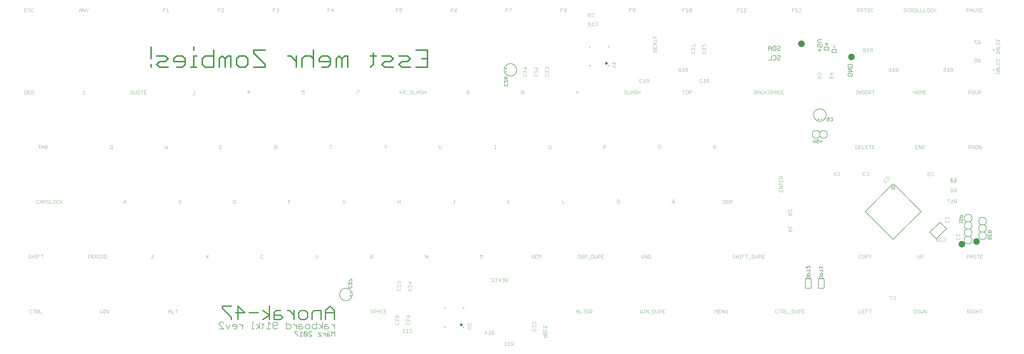
<source format=gbr>
G75*
%MOIN*%
%OFA0B0*%
%FSLAX25Y25*%
%IPPOS*%
%LPD*%
%AMOC8*
5,1,8,0,0,1.08239X$1,22.5*
%
%ADD10C,0.05600*%
%ADD11C,0.00500*%
%ADD12C,0.01600*%
%ADD13C,0.00600*%
%ADD14C,0.02000*%
%ADD15C,0.00800*%
%ADD16C,0.00400*%
%ADD17C,0.03937*%
%ADD18C,0.00250*%
%ADD19C,0.00984*%
D10*
X1156545Y0398325D02*
X1156547Y0398404D01*
X1156553Y0398483D01*
X1156563Y0398562D01*
X1156577Y0398640D01*
X1156594Y0398717D01*
X1156616Y0398793D01*
X1156641Y0398868D01*
X1156671Y0398941D01*
X1156703Y0399013D01*
X1156740Y0399084D01*
X1156780Y0399152D01*
X1156823Y0399218D01*
X1156869Y0399282D01*
X1156919Y0399344D01*
X1156972Y0399403D01*
X1157027Y0399459D01*
X1157086Y0399513D01*
X1157147Y0399563D01*
X1157210Y0399611D01*
X1157276Y0399655D01*
X1157344Y0399696D01*
X1157414Y0399733D01*
X1157485Y0399767D01*
X1157559Y0399797D01*
X1157633Y0399823D01*
X1157709Y0399845D01*
X1157786Y0399864D01*
X1157864Y0399879D01*
X1157942Y0399890D01*
X1158021Y0399897D01*
X1158100Y0399900D01*
X1158179Y0399899D01*
X1158258Y0399894D01*
X1158337Y0399885D01*
X1158415Y0399872D01*
X1158492Y0399855D01*
X1158569Y0399835D01*
X1158644Y0399810D01*
X1158718Y0399782D01*
X1158791Y0399750D01*
X1158861Y0399715D01*
X1158930Y0399676D01*
X1158997Y0399633D01*
X1159062Y0399587D01*
X1159124Y0399539D01*
X1159184Y0399487D01*
X1159241Y0399432D01*
X1159295Y0399374D01*
X1159346Y0399314D01*
X1159394Y0399251D01*
X1159439Y0399186D01*
X1159481Y0399118D01*
X1159519Y0399049D01*
X1159553Y0398978D01*
X1159584Y0398905D01*
X1159612Y0398830D01*
X1159635Y0398755D01*
X1159655Y0398678D01*
X1159671Y0398601D01*
X1159683Y0398522D01*
X1159691Y0398444D01*
X1159695Y0398365D01*
X1159695Y0398285D01*
X1159691Y0398206D01*
X1159683Y0398128D01*
X1159671Y0398049D01*
X1159655Y0397972D01*
X1159635Y0397895D01*
X1159612Y0397820D01*
X1159584Y0397745D01*
X1159553Y0397672D01*
X1159519Y0397601D01*
X1159481Y0397532D01*
X1159439Y0397464D01*
X1159394Y0397399D01*
X1159346Y0397336D01*
X1159295Y0397276D01*
X1159241Y0397218D01*
X1159184Y0397163D01*
X1159124Y0397111D01*
X1159062Y0397063D01*
X1158997Y0397017D01*
X1158930Y0396974D01*
X1158861Y0396935D01*
X1158791Y0396900D01*
X1158718Y0396868D01*
X1158644Y0396840D01*
X1158569Y0396815D01*
X1158492Y0396795D01*
X1158415Y0396778D01*
X1158337Y0396765D01*
X1158258Y0396756D01*
X1158179Y0396751D01*
X1158100Y0396750D01*
X1158021Y0396753D01*
X1157942Y0396760D01*
X1157864Y0396771D01*
X1157786Y0396786D01*
X1157709Y0396805D01*
X1157633Y0396827D01*
X1157559Y0396853D01*
X1157485Y0396883D01*
X1157414Y0396917D01*
X1157344Y0396954D01*
X1157276Y0396995D01*
X1157210Y0397039D01*
X1157147Y0397087D01*
X1157086Y0397137D01*
X1157027Y0397191D01*
X1156972Y0397247D01*
X1156919Y0397306D01*
X1156869Y0397368D01*
X1156823Y0397432D01*
X1156780Y0397498D01*
X1156740Y0397566D01*
X1156703Y0397637D01*
X1156671Y0397709D01*
X1156641Y0397782D01*
X1156616Y0397857D01*
X1156594Y0397933D01*
X1156577Y0398010D01*
X1156563Y0398088D01*
X1156553Y0398167D01*
X1156547Y0398246D01*
X1156545Y0398325D01*
X1088179Y0416386D02*
X1088181Y0416465D01*
X1088187Y0416544D01*
X1088197Y0416623D01*
X1088211Y0416701D01*
X1088228Y0416778D01*
X1088250Y0416854D01*
X1088275Y0416929D01*
X1088305Y0417002D01*
X1088337Y0417074D01*
X1088374Y0417145D01*
X1088414Y0417213D01*
X1088457Y0417279D01*
X1088503Y0417343D01*
X1088553Y0417405D01*
X1088606Y0417464D01*
X1088661Y0417520D01*
X1088720Y0417574D01*
X1088781Y0417624D01*
X1088844Y0417672D01*
X1088910Y0417716D01*
X1088978Y0417757D01*
X1089048Y0417794D01*
X1089119Y0417828D01*
X1089193Y0417858D01*
X1089267Y0417884D01*
X1089343Y0417906D01*
X1089420Y0417925D01*
X1089498Y0417940D01*
X1089576Y0417951D01*
X1089655Y0417958D01*
X1089734Y0417961D01*
X1089813Y0417960D01*
X1089892Y0417955D01*
X1089971Y0417946D01*
X1090049Y0417933D01*
X1090126Y0417916D01*
X1090203Y0417896D01*
X1090278Y0417871D01*
X1090352Y0417843D01*
X1090425Y0417811D01*
X1090495Y0417776D01*
X1090564Y0417737D01*
X1090631Y0417694D01*
X1090696Y0417648D01*
X1090758Y0417600D01*
X1090818Y0417548D01*
X1090875Y0417493D01*
X1090929Y0417435D01*
X1090980Y0417375D01*
X1091028Y0417312D01*
X1091073Y0417247D01*
X1091115Y0417179D01*
X1091153Y0417110D01*
X1091187Y0417039D01*
X1091218Y0416966D01*
X1091246Y0416891D01*
X1091269Y0416816D01*
X1091289Y0416739D01*
X1091305Y0416662D01*
X1091317Y0416583D01*
X1091325Y0416505D01*
X1091329Y0416426D01*
X1091329Y0416346D01*
X1091325Y0416267D01*
X1091317Y0416189D01*
X1091305Y0416110D01*
X1091289Y0416033D01*
X1091269Y0415956D01*
X1091246Y0415881D01*
X1091218Y0415806D01*
X1091187Y0415733D01*
X1091153Y0415662D01*
X1091115Y0415593D01*
X1091073Y0415525D01*
X1091028Y0415460D01*
X1090980Y0415397D01*
X1090929Y0415337D01*
X1090875Y0415279D01*
X1090818Y0415224D01*
X1090758Y0415172D01*
X1090696Y0415124D01*
X1090631Y0415078D01*
X1090564Y0415035D01*
X1090495Y0414996D01*
X1090425Y0414961D01*
X1090352Y0414929D01*
X1090278Y0414901D01*
X1090203Y0414876D01*
X1090126Y0414856D01*
X1090049Y0414839D01*
X1089971Y0414826D01*
X1089892Y0414817D01*
X1089813Y0414812D01*
X1089734Y0414811D01*
X1089655Y0414814D01*
X1089576Y0414821D01*
X1089498Y0414832D01*
X1089420Y0414847D01*
X1089343Y0414866D01*
X1089267Y0414888D01*
X1089193Y0414914D01*
X1089119Y0414944D01*
X1089048Y0414978D01*
X1088978Y0415015D01*
X1088910Y0415056D01*
X1088844Y0415100D01*
X1088781Y0415148D01*
X1088720Y0415198D01*
X1088661Y0415252D01*
X1088606Y0415308D01*
X1088553Y0415367D01*
X1088503Y0415429D01*
X1088457Y0415493D01*
X1088414Y0415559D01*
X1088374Y0415627D01*
X1088337Y0415698D01*
X1088305Y0415770D01*
X1088275Y0415843D01*
X1088250Y0415918D01*
X1088228Y0415994D01*
X1088211Y0416071D01*
X1088197Y0416149D01*
X1088187Y0416228D01*
X1088181Y0416307D01*
X1088179Y0416386D01*
X1327702Y0145667D02*
X1327704Y0145746D01*
X1327710Y0145825D01*
X1327720Y0145904D01*
X1327734Y0145982D01*
X1327751Y0146059D01*
X1327773Y0146135D01*
X1327798Y0146210D01*
X1327828Y0146283D01*
X1327860Y0146355D01*
X1327897Y0146426D01*
X1327937Y0146494D01*
X1327980Y0146560D01*
X1328026Y0146624D01*
X1328076Y0146686D01*
X1328129Y0146745D01*
X1328184Y0146801D01*
X1328243Y0146855D01*
X1328304Y0146905D01*
X1328367Y0146953D01*
X1328433Y0146997D01*
X1328501Y0147038D01*
X1328571Y0147075D01*
X1328642Y0147109D01*
X1328716Y0147139D01*
X1328790Y0147165D01*
X1328866Y0147187D01*
X1328943Y0147206D01*
X1329021Y0147221D01*
X1329099Y0147232D01*
X1329178Y0147239D01*
X1329257Y0147242D01*
X1329336Y0147241D01*
X1329415Y0147236D01*
X1329494Y0147227D01*
X1329572Y0147214D01*
X1329649Y0147197D01*
X1329726Y0147177D01*
X1329801Y0147152D01*
X1329875Y0147124D01*
X1329948Y0147092D01*
X1330018Y0147057D01*
X1330087Y0147018D01*
X1330154Y0146975D01*
X1330219Y0146929D01*
X1330281Y0146881D01*
X1330341Y0146829D01*
X1330398Y0146774D01*
X1330452Y0146716D01*
X1330503Y0146656D01*
X1330551Y0146593D01*
X1330596Y0146528D01*
X1330638Y0146460D01*
X1330676Y0146391D01*
X1330710Y0146320D01*
X1330741Y0146247D01*
X1330769Y0146172D01*
X1330792Y0146097D01*
X1330812Y0146020D01*
X1330828Y0145943D01*
X1330840Y0145864D01*
X1330848Y0145786D01*
X1330852Y0145707D01*
X1330852Y0145627D01*
X1330848Y0145548D01*
X1330840Y0145470D01*
X1330828Y0145391D01*
X1330812Y0145314D01*
X1330792Y0145237D01*
X1330769Y0145162D01*
X1330741Y0145087D01*
X1330710Y0145014D01*
X1330676Y0144943D01*
X1330638Y0144874D01*
X1330596Y0144806D01*
X1330551Y0144741D01*
X1330503Y0144678D01*
X1330452Y0144618D01*
X1330398Y0144560D01*
X1330341Y0144505D01*
X1330281Y0144453D01*
X1330219Y0144405D01*
X1330154Y0144359D01*
X1330087Y0144316D01*
X1330018Y0144277D01*
X1329948Y0144242D01*
X1329875Y0144210D01*
X1329801Y0144182D01*
X1329726Y0144157D01*
X1329649Y0144137D01*
X1329572Y0144120D01*
X1329494Y0144107D01*
X1329415Y0144098D01*
X1329336Y0144093D01*
X1329257Y0144092D01*
X1329178Y0144095D01*
X1329099Y0144102D01*
X1329021Y0144113D01*
X1328943Y0144128D01*
X1328866Y0144147D01*
X1328790Y0144169D01*
X1328716Y0144195D01*
X1328642Y0144225D01*
X1328571Y0144259D01*
X1328501Y0144296D01*
X1328433Y0144337D01*
X1328367Y0144381D01*
X1328304Y0144429D01*
X1328243Y0144479D01*
X1328184Y0144533D01*
X1328129Y0144589D01*
X1328076Y0144648D01*
X1328026Y0144710D01*
X1327980Y0144774D01*
X1327937Y0144840D01*
X1327897Y0144908D01*
X1327860Y0144979D01*
X1327828Y0145051D01*
X1327798Y0145124D01*
X1327773Y0145199D01*
X1327751Y0145275D01*
X1327734Y0145352D01*
X1327720Y0145430D01*
X1327710Y0145509D01*
X1327704Y0145588D01*
X1327702Y0145667D01*
X1307589Y0141917D02*
X1307591Y0141996D01*
X1307597Y0142075D01*
X1307607Y0142154D01*
X1307621Y0142232D01*
X1307638Y0142309D01*
X1307660Y0142385D01*
X1307685Y0142460D01*
X1307715Y0142533D01*
X1307747Y0142605D01*
X1307784Y0142676D01*
X1307824Y0142744D01*
X1307867Y0142810D01*
X1307913Y0142874D01*
X1307963Y0142936D01*
X1308016Y0142995D01*
X1308071Y0143051D01*
X1308130Y0143105D01*
X1308191Y0143155D01*
X1308254Y0143203D01*
X1308320Y0143247D01*
X1308388Y0143288D01*
X1308458Y0143325D01*
X1308529Y0143359D01*
X1308603Y0143389D01*
X1308677Y0143415D01*
X1308753Y0143437D01*
X1308830Y0143456D01*
X1308908Y0143471D01*
X1308986Y0143482D01*
X1309065Y0143489D01*
X1309144Y0143492D01*
X1309223Y0143491D01*
X1309302Y0143486D01*
X1309381Y0143477D01*
X1309459Y0143464D01*
X1309536Y0143447D01*
X1309613Y0143427D01*
X1309688Y0143402D01*
X1309762Y0143374D01*
X1309835Y0143342D01*
X1309905Y0143307D01*
X1309974Y0143268D01*
X1310041Y0143225D01*
X1310106Y0143179D01*
X1310168Y0143131D01*
X1310228Y0143079D01*
X1310285Y0143024D01*
X1310339Y0142966D01*
X1310390Y0142906D01*
X1310438Y0142843D01*
X1310483Y0142778D01*
X1310525Y0142710D01*
X1310563Y0142641D01*
X1310597Y0142570D01*
X1310628Y0142497D01*
X1310656Y0142422D01*
X1310679Y0142347D01*
X1310699Y0142270D01*
X1310715Y0142193D01*
X1310727Y0142114D01*
X1310735Y0142036D01*
X1310739Y0141957D01*
X1310739Y0141877D01*
X1310735Y0141798D01*
X1310727Y0141720D01*
X1310715Y0141641D01*
X1310699Y0141564D01*
X1310679Y0141487D01*
X1310656Y0141412D01*
X1310628Y0141337D01*
X1310597Y0141264D01*
X1310563Y0141193D01*
X1310525Y0141124D01*
X1310483Y0141056D01*
X1310438Y0140991D01*
X1310390Y0140928D01*
X1310339Y0140868D01*
X1310285Y0140810D01*
X1310228Y0140755D01*
X1310168Y0140703D01*
X1310106Y0140655D01*
X1310041Y0140609D01*
X1309974Y0140566D01*
X1309905Y0140527D01*
X1309835Y0140492D01*
X1309762Y0140460D01*
X1309688Y0140432D01*
X1309613Y0140407D01*
X1309536Y0140387D01*
X1309459Y0140370D01*
X1309381Y0140357D01*
X1309302Y0140348D01*
X1309223Y0140343D01*
X1309144Y0140342D01*
X1309065Y0140345D01*
X1308986Y0140352D01*
X1308908Y0140363D01*
X1308830Y0140378D01*
X1308753Y0140397D01*
X1308677Y0140419D01*
X1308603Y0140445D01*
X1308529Y0140475D01*
X1308458Y0140509D01*
X1308388Y0140546D01*
X1308320Y0140587D01*
X1308254Y0140631D01*
X1308191Y0140679D01*
X1308130Y0140729D01*
X1308071Y0140783D01*
X1308016Y0140839D01*
X1307963Y0140898D01*
X1307913Y0140960D01*
X1307867Y0141024D01*
X1307824Y0141090D01*
X1307784Y0141158D01*
X1307747Y0141229D01*
X1307715Y0141301D01*
X1307685Y0141374D01*
X1307660Y0141449D01*
X1307638Y0141525D01*
X1307621Y0141602D01*
X1307607Y0141680D01*
X1307597Y0141759D01*
X1307591Y0141838D01*
X1307589Y0141917D01*
D11*
X1288314Y0163005D02*
X1274395Y0149086D01*
X1265486Y0157995D01*
X1279405Y0171914D01*
X1288314Y0163005D01*
X1306151Y0170653D02*
X1306151Y0172154D01*
X1306151Y0171403D02*
X1310655Y0171403D01*
X1310655Y0170653D02*
X1310655Y0172154D01*
X1309904Y0173722D02*
X1309153Y0173722D01*
X1308403Y0174473D01*
X1308403Y0175974D01*
X1307652Y0176725D01*
X1306901Y0176725D01*
X1306151Y0175974D01*
X1306151Y0174473D01*
X1306901Y0173722D01*
X1309904Y0173722D02*
X1310655Y0174473D01*
X1310655Y0175974D01*
X1309904Y0176725D01*
X1310655Y0178326D02*
X1310655Y0180578D01*
X1309904Y0181329D01*
X1308403Y0181329D01*
X1307652Y0180578D01*
X1307652Y0178326D01*
X1306151Y0178326D02*
X1310655Y0178326D01*
X1345039Y0160470D02*
X1346540Y0158969D01*
X1346540Y0159720D02*
X1346540Y0157468D01*
X1345039Y0157468D02*
X1349543Y0157468D01*
X1349543Y0159720D01*
X1348792Y0160470D01*
X1347291Y0160470D01*
X1346540Y0159720D01*
X1345039Y0155867D02*
X1345039Y0152864D01*
X1349543Y0152864D01*
X1349543Y0155867D01*
X1347291Y0154365D02*
X1347291Y0152864D01*
X1346540Y0151263D02*
X1345790Y0151263D01*
X1345039Y0150512D01*
X1345039Y0149011D01*
X1345790Y0148260D01*
X1347291Y0149011D02*
X1347291Y0150512D01*
X1346540Y0151263D01*
X1348792Y0151263D02*
X1349543Y0150512D01*
X1349543Y0149011D01*
X1348792Y0148260D01*
X1348042Y0148260D01*
X1347291Y0149011D01*
X1119154Y0110147D02*
X1114650Y0110147D01*
X1114650Y0108646D02*
X1114650Y0111649D01*
X1117653Y0108646D02*
X1119154Y0110147D01*
X1119154Y0107045D02*
X1119154Y0104042D01*
X1119154Y0105543D02*
X1114650Y0105543D01*
X1116902Y0102441D02*
X1116151Y0101690D01*
X1116151Y0099438D01*
X1114650Y0099438D02*
X1119154Y0099438D01*
X1119154Y0101690D01*
X1118403Y0102441D01*
X1116902Y0102441D01*
X1115401Y0097837D02*
X1118403Y0097837D01*
X1119154Y0097086D01*
X1119154Y0095585D01*
X1118403Y0094834D01*
X1115401Y0094834D01*
X1114650Y0095585D01*
X1114650Y0097086D01*
X1115401Y0097837D01*
X1101654Y0097086D02*
X1100903Y0097837D01*
X1097901Y0097837D01*
X1097150Y0097086D01*
X1097150Y0095585D01*
X1097901Y0094834D01*
X1100903Y0094834D01*
X1101654Y0095585D01*
X1101654Y0097086D01*
X1101654Y0099438D02*
X1101654Y0101690D01*
X1100903Y0102441D01*
X1099402Y0102441D01*
X1098651Y0101690D01*
X1098651Y0099438D01*
X1097150Y0099438D02*
X1101654Y0099438D01*
X1101654Y0104042D02*
X1101654Y0107045D01*
X1101654Y0105543D02*
X1097150Y0105543D01*
X1097150Y0108646D02*
X1100153Y0111649D01*
X1100903Y0111649D01*
X1101654Y0110898D01*
X1101654Y0109397D01*
X1100903Y0108646D01*
X1097150Y0108646D02*
X1097150Y0111649D01*
X1107642Y0280302D02*
X1106140Y0281803D01*
X1106140Y0284806D01*
X1109143Y0284806D02*
X1109143Y0281803D01*
X1107642Y0280302D01*
X1110744Y0281053D02*
X1111495Y0280302D01*
X1112996Y0280302D01*
X1113747Y0281053D01*
X1113747Y0282554D02*
X1112246Y0283305D01*
X1111495Y0283305D01*
X1110744Y0282554D01*
X1110744Y0281053D01*
X1113747Y0282554D02*
X1113747Y0284806D01*
X1110744Y0284806D01*
X1115348Y0282554D02*
X1118351Y0282554D01*
X1116849Y0284055D02*
X1116849Y0281053D01*
X1125691Y0310439D02*
X1127192Y0310439D01*
X1127943Y0311190D01*
X1127943Y0312691D02*
X1126442Y0313442D01*
X1125691Y0313442D01*
X1124940Y0312691D01*
X1124940Y0311190D01*
X1125691Y0310439D01*
X1127943Y0312691D02*
X1127943Y0314943D01*
X1124940Y0314943D01*
X1129544Y0314192D02*
X1130295Y0314943D01*
X1131796Y0314943D01*
X1132547Y0314192D01*
X1132547Y0311190D01*
X1131796Y0310439D01*
X1130295Y0310439D01*
X1129544Y0311190D01*
X1154629Y0371893D02*
X1153611Y0372911D01*
X1153611Y0374946D01*
X1154629Y0375964D01*
X1156664Y0375964D01*
X1156664Y0373928D01*
X1158699Y0371893D02*
X1154629Y0371893D01*
X1158699Y0371893D02*
X1159716Y0372911D01*
X1159716Y0374946D01*
X1158699Y0375964D01*
X1159716Y0377971D02*
X1153611Y0377971D01*
X1153611Y0382041D02*
X1159716Y0382041D01*
X1159716Y0384048D02*
X1153611Y0384048D01*
X1153611Y0387100D01*
X1154629Y0388118D01*
X1158699Y0388118D01*
X1159716Y0387100D01*
X1159716Y0384048D01*
X1159716Y0377971D02*
X1153611Y0382041D01*
X1137905Y0404472D02*
X1131800Y0404472D01*
X1131800Y0407524D01*
X1132818Y0408542D01*
X1136888Y0408542D01*
X1137905Y0407524D01*
X1137905Y0404472D01*
X1134853Y0410549D02*
X1134853Y0414619D01*
X1127280Y0410649D02*
X1127280Y0407597D01*
X1121175Y0407597D01*
X1121175Y0410649D01*
X1122193Y0411667D01*
X1126263Y0411667D01*
X1127280Y0410649D01*
X1124228Y0413674D02*
X1124228Y0417744D01*
X1126263Y0415709D02*
X1122193Y0415709D01*
X1117905Y0415604D02*
X1117905Y0411534D01*
X1114853Y0411534D01*
X1115870Y0413569D01*
X1115870Y0414586D01*
X1114853Y0415604D01*
X1112818Y0415604D01*
X1111800Y0414586D01*
X1111800Y0412551D01*
X1112818Y0411534D01*
X1114853Y0409527D02*
X1114853Y0405456D01*
X1116888Y0407491D02*
X1112818Y0407491D01*
X1113835Y0417611D02*
X1111800Y0419646D01*
X1113835Y0421681D01*
X1117905Y0421681D01*
X1117905Y0417611D02*
X1113835Y0417611D01*
X1061025Y0412024D02*
X1061025Y0411006D01*
X1060007Y0409989D01*
X1057972Y0409989D01*
X1056955Y0408971D01*
X1056955Y0407954D01*
X1057972Y0406936D01*
X1060007Y0406936D01*
X1061025Y0407954D01*
X1061025Y0412024D02*
X1060007Y0413041D01*
X1057972Y0413041D01*
X1056955Y0412024D01*
X1054948Y0413041D02*
X1054948Y0406936D01*
X1051895Y0406936D01*
X1050878Y0407954D01*
X1050878Y0412024D01*
X1051895Y0413041D01*
X1054948Y0413041D01*
X1048871Y0411006D02*
X1046836Y0413041D01*
X1044800Y0411006D01*
X1044800Y0406936D01*
X1044800Y0409989D02*
X1048871Y0409989D01*
X1048871Y0411006D02*
X1048871Y0406936D01*
X1048871Y0400044D02*
X1048871Y0393939D01*
X1044800Y0393939D01*
X1050878Y0394957D02*
X1051895Y0393939D01*
X1053930Y0393939D01*
X1054948Y0394957D01*
X1054948Y0399027D01*
X1053930Y0400044D01*
X1051895Y0400044D01*
X1050878Y0399027D01*
X1056955Y0399027D02*
X1057972Y0400044D01*
X1060007Y0400044D01*
X1061025Y0399027D01*
X1061025Y0398009D01*
X1060007Y0396992D01*
X1057972Y0396992D01*
X1056955Y0395974D01*
X1056955Y0394957D01*
X1057972Y0393939D01*
X1060007Y0393939D01*
X1061025Y0394957D01*
X0688154Y0370649D02*
X0687403Y0369147D01*
X0685902Y0367646D01*
X0685902Y0369898D01*
X0685151Y0370649D01*
X0684401Y0370649D01*
X0683650Y0369898D01*
X0683650Y0368397D01*
X0684401Y0367646D01*
X0685902Y0367646D01*
X0686653Y0366045D02*
X0687403Y0366045D01*
X0688154Y0365294D01*
X0688154Y0363793D01*
X0687403Y0363042D01*
X0687403Y0361441D02*
X0688154Y0360690D01*
X0688154Y0359189D01*
X0687403Y0358438D01*
X0684401Y0358438D01*
X0683650Y0359189D01*
X0683650Y0360690D01*
X0684401Y0361441D01*
X0683650Y0363042D02*
X0686653Y0366045D01*
X0683650Y0366045D02*
X0683650Y0363042D01*
X0475154Y0093960D02*
X0474403Y0093960D01*
X0471401Y0090958D01*
X0470650Y0090958D01*
X0470650Y0089356D02*
X0470650Y0086354D01*
X0473653Y0089356D01*
X0474403Y0089356D01*
X0475154Y0088606D01*
X0475154Y0087105D01*
X0474403Y0086354D01*
X0474403Y0084753D02*
X0475154Y0084002D01*
X0475154Y0082501D01*
X0474403Y0081750D01*
X0471401Y0081750D01*
X0470650Y0082501D01*
X0470650Y0084002D01*
X0471401Y0084753D01*
X0475154Y0090958D02*
X0475154Y0093960D01*
D12*
X0444961Y0057216D02*
X0438823Y0051077D01*
X0438823Y0038800D01*
X0432684Y0038800D02*
X0432684Y0051077D01*
X0423476Y0051077D01*
X0420407Y0048008D01*
X0420407Y0038800D01*
X0414269Y0041869D02*
X0411199Y0038800D01*
X0405061Y0038800D01*
X0401991Y0041869D01*
X0401991Y0048008D01*
X0405061Y0051077D01*
X0411199Y0051077D01*
X0414269Y0048008D01*
X0414269Y0041869D01*
X0395853Y0038800D02*
X0395853Y0051077D01*
X0395853Y0044939D02*
X0389714Y0051077D01*
X0386645Y0051077D01*
X0377437Y0051077D02*
X0371298Y0051077D01*
X0368229Y0048008D01*
X0368229Y0038800D01*
X0377437Y0038800D01*
X0380506Y0041869D01*
X0377437Y0044939D01*
X0368229Y0044939D01*
X0362091Y0044939D02*
X0352883Y0051077D01*
X0346744Y0048008D02*
X0334467Y0048008D01*
X0328328Y0048008D02*
X0316051Y0048008D01*
X0309913Y0041869D02*
X0309913Y0038800D01*
X0309913Y0041869D02*
X0297636Y0054146D01*
X0297636Y0057216D01*
X0309913Y0057216D01*
X0319121Y0057216D02*
X0328328Y0048008D01*
X0319121Y0038800D02*
X0319121Y0057216D01*
X0352883Y0038800D02*
X0362091Y0044939D01*
X0362091Y0038800D02*
X0362091Y0057216D01*
X0438823Y0048008D02*
X0451100Y0048008D01*
X0451100Y0051077D02*
X0444961Y0057216D01*
X0451100Y0051077D02*
X0451100Y0038800D01*
D13*
X0451600Y0022205D02*
X0449465Y0020070D01*
X0447330Y0022205D01*
X0447330Y0015800D01*
X0445155Y0016868D02*
X0444087Y0017935D01*
X0440884Y0017935D01*
X0440884Y0019003D02*
X0440884Y0015800D01*
X0444087Y0015800D01*
X0445155Y0016868D01*
X0444087Y0020070D02*
X0441952Y0020070D01*
X0440884Y0019003D01*
X0438709Y0020070D02*
X0438709Y0015800D01*
X0438709Y0017935D02*
X0436574Y0020070D01*
X0435506Y0020070D01*
X0433338Y0020070D02*
X0429067Y0020070D01*
X0433338Y0015800D01*
X0429067Y0015800D01*
X0420447Y0015800D02*
X0416176Y0020070D01*
X0416176Y0021138D01*
X0417244Y0022205D01*
X0419379Y0022205D01*
X0420447Y0021138D01*
X0420447Y0015800D02*
X0416176Y0015800D01*
X0414001Y0016868D02*
X0409731Y0021138D01*
X0409731Y0016868D01*
X0410799Y0015800D01*
X0412934Y0015800D01*
X0414001Y0016868D01*
X0414001Y0021138D01*
X0412934Y0022205D01*
X0410799Y0022205D01*
X0409731Y0021138D01*
X0407556Y0020070D02*
X0405421Y0022205D01*
X0405421Y0015800D01*
X0407556Y0015800D02*
X0403285Y0015800D01*
X0401110Y0015800D02*
X0401110Y0016868D01*
X0396840Y0021138D01*
X0396840Y0022205D01*
X0401110Y0022205D01*
X0441952Y0022205D02*
X0441952Y0023273D01*
X0444087Y0023273D02*
X0444087Y0022205D01*
X0451600Y0022205D02*
X0451600Y0015800D01*
X0472900Y0070000D02*
X0472900Y0072000D01*
X0471900Y0071000D02*
X0473900Y0071000D01*
X0472900Y0074500D02*
X0472900Y0076500D01*
X0458400Y0073000D02*
X0458403Y0073209D01*
X0458410Y0073417D01*
X0458423Y0073625D01*
X0458441Y0073833D01*
X0458464Y0074040D01*
X0458492Y0074247D01*
X0458525Y0074453D01*
X0458563Y0074658D01*
X0458607Y0074862D01*
X0458655Y0075065D01*
X0458708Y0075267D01*
X0458766Y0075467D01*
X0458829Y0075666D01*
X0458897Y0075864D01*
X0458970Y0076059D01*
X0459047Y0076253D01*
X0459129Y0076445D01*
X0459216Y0076634D01*
X0459308Y0076822D01*
X0459404Y0077007D01*
X0459504Y0077190D01*
X0459609Y0077370D01*
X0459719Y0077547D01*
X0459833Y0077722D01*
X0459951Y0077894D01*
X0460073Y0078063D01*
X0460199Y0078229D01*
X0460329Y0078392D01*
X0460464Y0078552D01*
X0460602Y0078708D01*
X0460744Y0078861D01*
X0460890Y0079010D01*
X0461039Y0079156D01*
X0461192Y0079298D01*
X0461348Y0079436D01*
X0461508Y0079571D01*
X0461671Y0079701D01*
X0461837Y0079827D01*
X0462006Y0079949D01*
X0462178Y0080067D01*
X0462353Y0080181D01*
X0462530Y0080291D01*
X0462710Y0080396D01*
X0462893Y0080496D01*
X0463078Y0080592D01*
X0463266Y0080684D01*
X0463455Y0080771D01*
X0463647Y0080853D01*
X0463841Y0080930D01*
X0464036Y0081003D01*
X0464234Y0081071D01*
X0464433Y0081134D01*
X0464633Y0081192D01*
X0464835Y0081245D01*
X0465038Y0081293D01*
X0465242Y0081337D01*
X0465447Y0081375D01*
X0465653Y0081408D01*
X0465860Y0081436D01*
X0466067Y0081459D01*
X0466275Y0081477D01*
X0466483Y0081490D01*
X0466691Y0081497D01*
X0466900Y0081500D01*
X0467109Y0081497D01*
X0467317Y0081490D01*
X0467525Y0081477D01*
X0467733Y0081459D01*
X0467940Y0081436D01*
X0468147Y0081408D01*
X0468353Y0081375D01*
X0468558Y0081337D01*
X0468762Y0081293D01*
X0468965Y0081245D01*
X0469167Y0081192D01*
X0469367Y0081134D01*
X0469566Y0081071D01*
X0469764Y0081003D01*
X0469959Y0080930D01*
X0470153Y0080853D01*
X0470345Y0080771D01*
X0470534Y0080684D01*
X0470722Y0080592D01*
X0470907Y0080496D01*
X0471090Y0080396D01*
X0471270Y0080291D01*
X0471447Y0080181D01*
X0471622Y0080067D01*
X0471794Y0079949D01*
X0471963Y0079827D01*
X0472129Y0079701D01*
X0472292Y0079571D01*
X0472452Y0079436D01*
X0472608Y0079298D01*
X0472761Y0079156D01*
X0472910Y0079010D01*
X0473056Y0078861D01*
X0473198Y0078708D01*
X0473336Y0078552D01*
X0473471Y0078392D01*
X0473601Y0078229D01*
X0473727Y0078063D01*
X0473849Y0077894D01*
X0473967Y0077722D01*
X0474081Y0077547D01*
X0474191Y0077370D01*
X0474296Y0077190D01*
X0474396Y0077007D01*
X0474492Y0076822D01*
X0474584Y0076634D01*
X0474671Y0076445D01*
X0474753Y0076253D01*
X0474830Y0076059D01*
X0474903Y0075864D01*
X0474971Y0075666D01*
X0475034Y0075467D01*
X0475092Y0075267D01*
X0475145Y0075065D01*
X0475193Y0074862D01*
X0475237Y0074658D01*
X0475275Y0074453D01*
X0475308Y0074247D01*
X0475336Y0074040D01*
X0475359Y0073833D01*
X0475377Y0073625D01*
X0475390Y0073417D01*
X0475397Y0073209D01*
X0475400Y0073000D01*
X0475397Y0072791D01*
X0475390Y0072583D01*
X0475377Y0072375D01*
X0475359Y0072167D01*
X0475336Y0071960D01*
X0475308Y0071753D01*
X0475275Y0071547D01*
X0475237Y0071342D01*
X0475193Y0071138D01*
X0475145Y0070935D01*
X0475092Y0070733D01*
X0475034Y0070533D01*
X0474971Y0070334D01*
X0474903Y0070136D01*
X0474830Y0069941D01*
X0474753Y0069747D01*
X0474671Y0069555D01*
X0474584Y0069366D01*
X0474492Y0069178D01*
X0474396Y0068993D01*
X0474296Y0068810D01*
X0474191Y0068630D01*
X0474081Y0068453D01*
X0473967Y0068278D01*
X0473849Y0068106D01*
X0473727Y0067937D01*
X0473601Y0067771D01*
X0473471Y0067608D01*
X0473336Y0067448D01*
X0473198Y0067292D01*
X0473056Y0067139D01*
X0472910Y0066990D01*
X0472761Y0066844D01*
X0472608Y0066702D01*
X0472452Y0066564D01*
X0472292Y0066429D01*
X0472129Y0066299D01*
X0471963Y0066173D01*
X0471794Y0066051D01*
X0471622Y0065933D01*
X0471447Y0065819D01*
X0471270Y0065709D01*
X0471090Y0065604D01*
X0470907Y0065504D01*
X0470722Y0065408D01*
X0470534Y0065316D01*
X0470345Y0065229D01*
X0470153Y0065147D01*
X0469959Y0065070D01*
X0469764Y0064997D01*
X0469566Y0064929D01*
X0469367Y0064866D01*
X0469167Y0064808D01*
X0468965Y0064755D01*
X0468762Y0064707D01*
X0468558Y0064663D01*
X0468353Y0064625D01*
X0468147Y0064592D01*
X0467940Y0064564D01*
X0467733Y0064541D01*
X0467525Y0064523D01*
X0467317Y0064510D01*
X0467109Y0064503D01*
X0466900Y0064500D01*
X0466691Y0064503D01*
X0466483Y0064510D01*
X0466275Y0064523D01*
X0466067Y0064541D01*
X0465860Y0064564D01*
X0465653Y0064592D01*
X0465447Y0064625D01*
X0465242Y0064663D01*
X0465038Y0064707D01*
X0464835Y0064755D01*
X0464633Y0064808D01*
X0464433Y0064866D01*
X0464234Y0064929D01*
X0464036Y0064997D01*
X0463841Y0065070D01*
X0463647Y0065147D01*
X0463455Y0065229D01*
X0463266Y0065316D01*
X0463078Y0065408D01*
X0462893Y0065504D01*
X0462710Y0065604D01*
X0462530Y0065709D01*
X0462353Y0065819D01*
X0462178Y0065933D01*
X0462006Y0066051D01*
X0461837Y0066173D01*
X0461671Y0066299D01*
X0461508Y0066429D01*
X0461348Y0066564D01*
X0461192Y0066702D01*
X0461039Y0066844D01*
X0460890Y0066990D01*
X0460744Y0067139D01*
X0460602Y0067292D01*
X0460464Y0067448D01*
X0460329Y0067608D01*
X0460199Y0067771D01*
X0460073Y0067937D01*
X0459951Y0068106D01*
X0459833Y0068278D01*
X0459719Y0068453D01*
X0459609Y0068630D01*
X0459504Y0068810D01*
X0459404Y0068993D01*
X0459308Y0069178D01*
X0459216Y0069366D01*
X0459129Y0069555D01*
X0459047Y0069747D01*
X0458970Y0069941D01*
X0458897Y0070136D01*
X0458829Y0070334D01*
X0458766Y0070533D01*
X0458708Y0070733D01*
X0458655Y0070935D01*
X0458607Y0071138D01*
X0458563Y0071342D01*
X0458525Y0071547D01*
X0458492Y0071753D01*
X0458464Y0071960D01*
X0458441Y0072167D01*
X0458423Y0072375D01*
X0458410Y0072583D01*
X0458403Y0072791D01*
X0458400Y0073000D01*
X1095400Y0082500D02*
X1095400Y0093500D01*
X1095402Y0093560D01*
X1095407Y0093621D01*
X1095416Y0093680D01*
X1095429Y0093739D01*
X1095445Y0093798D01*
X1095465Y0093855D01*
X1095488Y0093910D01*
X1095515Y0093965D01*
X1095544Y0094017D01*
X1095577Y0094068D01*
X1095613Y0094117D01*
X1095651Y0094163D01*
X1095693Y0094207D01*
X1095737Y0094249D01*
X1095783Y0094287D01*
X1095832Y0094323D01*
X1095883Y0094356D01*
X1095935Y0094385D01*
X1095990Y0094412D01*
X1096045Y0094435D01*
X1096102Y0094455D01*
X1096161Y0094471D01*
X1096220Y0094484D01*
X1096279Y0094493D01*
X1096340Y0094498D01*
X1096400Y0094500D01*
X1102400Y0094500D01*
X1102460Y0094498D01*
X1102521Y0094493D01*
X1102580Y0094484D01*
X1102639Y0094471D01*
X1102698Y0094455D01*
X1102755Y0094435D01*
X1102810Y0094412D01*
X1102865Y0094385D01*
X1102917Y0094356D01*
X1102968Y0094323D01*
X1103017Y0094287D01*
X1103063Y0094249D01*
X1103107Y0094207D01*
X1103149Y0094163D01*
X1103187Y0094117D01*
X1103223Y0094068D01*
X1103256Y0094017D01*
X1103285Y0093965D01*
X1103312Y0093910D01*
X1103335Y0093855D01*
X1103355Y0093798D01*
X1103371Y0093739D01*
X1103384Y0093680D01*
X1103393Y0093621D01*
X1103398Y0093560D01*
X1103400Y0093500D01*
X1103400Y0082500D01*
X1103398Y0082440D01*
X1103393Y0082379D01*
X1103384Y0082320D01*
X1103371Y0082261D01*
X1103355Y0082202D01*
X1103335Y0082145D01*
X1103312Y0082090D01*
X1103285Y0082035D01*
X1103256Y0081983D01*
X1103223Y0081932D01*
X1103187Y0081883D01*
X1103149Y0081837D01*
X1103107Y0081793D01*
X1103063Y0081751D01*
X1103017Y0081713D01*
X1102968Y0081677D01*
X1102917Y0081644D01*
X1102865Y0081615D01*
X1102810Y0081588D01*
X1102755Y0081565D01*
X1102698Y0081545D01*
X1102639Y0081529D01*
X1102580Y0081516D01*
X1102521Y0081507D01*
X1102460Y0081502D01*
X1102400Y0081500D01*
X1096400Y0081500D01*
X1096340Y0081502D01*
X1096279Y0081507D01*
X1096220Y0081516D01*
X1096161Y0081529D01*
X1096102Y0081545D01*
X1096045Y0081565D01*
X1095990Y0081588D01*
X1095935Y0081615D01*
X1095883Y0081644D01*
X1095832Y0081677D01*
X1095783Y0081713D01*
X1095737Y0081751D01*
X1095693Y0081793D01*
X1095651Y0081837D01*
X1095613Y0081883D01*
X1095577Y0081932D01*
X1095544Y0081983D01*
X1095515Y0082035D01*
X1095488Y0082090D01*
X1095465Y0082145D01*
X1095445Y0082202D01*
X1095429Y0082261D01*
X1095416Y0082320D01*
X1095407Y0082379D01*
X1095402Y0082440D01*
X1095400Y0082500D01*
X1112900Y0082500D02*
X1112900Y0093500D01*
X1112902Y0093560D01*
X1112907Y0093621D01*
X1112916Y0093680D01*
X1112929Y0093739D01*
X1112945Y0093798D01*
X1112965Y0093855D01*
X1112988Y0093910D01*
X1113015Y0093965D01*
X1113044Y0094017D01*
X1113077Y0094068D01*
X1113113Y0094117D01*
X1113151Y0094163D01*
X1113193Y0094207D01*
X1113237Y0094249D01*
X1113283Y0094287D01*
X1113332Y0094323D01*
X1113383Y0094356D01*
X1113435Y0094385D01*
X1113490Y0094412D01*
X1113545Y0094435D01*
X1113602Y0094455D01*
X1113661Y0094471D01*
X1113720Y0094484D01*
X1113779Y0094493D01*
X1113840Y0094498D01*
X1113900Y0094500D01*
X1119900Y0094500D01*
X1119960Y0094498D01*
X1120021Y0094493D01*
X1120080Y0094484D01*
X1120139Y0094471D01*
X1120198Y0094455D01*
X1120255Y0094435D01*
X1120310Y0094412D01*
X1120365Y0094385D01*
X1120417Y0094356D01*
X1120468Y0094323D01*
X1120517Y0094287D01*
X1120563Y0094249D01*
X1120607Y0094207D01*
X1120649Y0094163D01*
X1120687Y0094117D01*
X1120723Y0094068D01*
X1120756Y0094017D01*
X1120785Y0093965D01*
X1120812Y0093910D01*
X1120835Y0093855D01*
X1120855Y0093798D01*
X1120871Y0093739D01*
X1120884Y0093680D01*
X1120893Y0093621D01*
X1120898Y0093560D01*
X1120900Y0093500D01*
X1120900Y0082500D01*
X1120898Y0082440D01*
X1120893Y0082379D01*
X1120884Y0082320D01*
X1120871Y0082261D01*
X1120855Y0082202D01*
X1120835Y0082145D01*
X1120812Y0082090D01*
X1120785Y0082035D01*
X1120756Y0081983D01*
X1120723Y0081932D01*
X1120687Y0081883D01*
X1120649Y0081837D01*
X1120607Y0081793D01*
X1120563Y0081751D01*
X1120517Y0081713D01*
X1120468Y0081677D01*
X1120417Y0081644D01*
X1120365Y0081615D01*
X1120310Y0081588D01*
X1120255Y0081565D01*
X1120198Y0081545D01*
X1120139Y0081529D01*
X1120080Y0081516D01*
X1120021Y0081507D01*
X1119960Y0081502D01*
X1119900Y0081500D01*
X1113900Y0081500D01*
X1113840Y0081502D01*
X1113779Y0081507D01*
X1113720Y0081516D01*
X1113661Y0081529D01*
X1113602Y0081545D01*
X1113545Y0081565D01*
X1113490Y0081588D01*
X1113435Y0081615D01*
X1113383Y0081644D01*
X1113332Y0081677D01*
X1113283Y0081713D01*
X1113237Y0081751D01*
X1113193Y0081793D01*
X1113151Y0081837D01*
X1113113Y0081883D01*
X1113077Y0081932D01*
X1113044Y0081983D01*
X1113015Y0082035D01*
X1112988Y0082090D01*
X1112965Y0082145D01*
X1112945Y0082202D01*
X1112929Y0082261D01*
X1112916Y0082320D01*
X1112907Y0082379D01*
X1112902Y0082440D01*
X1112900Y0082500D01*
X1215522Y0148292D02*
X1253813Y0186583D01*
X1216725Y0223671D01*
X1214320Y0223671D01*
X1177231Y0186583D01*
X1215522Y0148292D01*
X1313101Y0149880D02*
X1313101Y0144880D01*
X1315601Y0142380D01*
X1320601Y0142380D01*
X1323101Y0144880D01*
X1323101Y0149880D01*
X1320601Y0152380D01*
X1323101Y0154880D01*
X1323101Y0159880D01*
X1320601Y0162380D01*
X1323101Y0164880D01*
X1323101Y0169880D01*
X1320601Y0172380D01*
X1323101Y0174880D01*
X1323101Y0179880D01*
X1320601Y0182380D01*
X1315601Y0182380D01*
X1313101Y0179880D01*
X1313101Y0174880D01*
X1315601Y0172380D01*
X1313101Y0169880D01*
X1313101Y0164880D01*
X1315601Y0162380D01*
X1320601Y0162380D01*
X1315601Y0162380D02*
X1313101Y0159880D01*
X1313101Y0154880D01*
X1315601Y0152380D01*
X1313101Y0149880D01*
X1315601Y0152380D02*
X1320601Y0152380D01*
X1332589Y0150810D02*
X1335089Y0148310D01*
X1340089Y0148310D01*
X1342589Y0150810D01*
X1342589Y0155810D01*
X1340089Y0158310D01*
X1342589Y0160810D01*
X1342589Y0165810D01*
X1340089Y0168310D01*
X1342589Y0170810D01*
X1342589Y0175810D01*
X1340089Y0178310D01*
X1335089Y0178310D01*
X1332589Y0175810D01*
X1332589Y0170810D01*
X1335089Y0168310D01*
X1332589Y0165810D01*
X1332589Y0160810D01*
X1335089Y0158310D01*
X1332589Y0155810D01*
X1332589Y0150810D01*
X1335089Y0158310D02*
X1340089Y0158310D01*
X1340089Y0168310D02*
X1335089Y0168310D01*
X1320601Y0172380D02*
X1315601Y0172380D01*
X1213322Y0219322D02*
X1213324Y0219415D01*
X1213330Y0219509D01*
X1213340Y0219601D01*
X1213354Y0219694D01*
X1213371Y0219785D01*
X1213393Y0219876D01*
X1213418Y0219966D01*
X1213448Y0220055D01*
X1213481Y0220142D01*
X1213517Y0220228D01*
X1213558Y0220312D01*
X1213601Y0220395D01*
X1213649Y0220475D01*
X1213699Y0220554D01*
X1213753Y0220630D01*
X1213810Y0220704D01*
X1213871Y0220775D01*
X1213934Y0220844D01*
X1214000Y0220910D01*
X1214069Y0220973D01*
X1214140Y0221034D01*
X1214214Y0221091D01*
X1214290Y0221145D01*
X1214369Y0221195D01*
X1214449Y0221243D01*
X1214532Y0221286D01*
X1214616Y0221327D01*
X1214702Y0221363D01*
X1214789Y0221396D01*
X1214878Y0221426D01*
X1214968Y0221451D01*
X1215059Y0221473D01*
X1215150Y0221490D01*
X1215243Y0221504D01*
X1215335Y0221514D01*
X1215429Y0221520D01*
X1215522Y0221522D01*
X1215615Y0221520D01*
X1215709Y0221514D01*
X1215801Y0221504D01*
X1215894Y0221490D01*
X1215985Y0221473D01*
X1216076Y0221451D01*
X1216166Y0221426D01*
X1216255Y0221396D01*
X1216342Y0221363D01*
X1216428Y0221327D01*
X1216512Y0221286D01*
X1216595Y0221243D01*
X1216675Y0221195D01*
X1216754Y0221145D01*
X1216830Y0221091D01*
X1216904Y0221034D01*
X1216975Y0220973D01*
X1217044Y0220910D01*
X1217110Y0220844D01*
X1217173Y0220775D01*
X1217234Y0220704D01*
X1217291Y0220630D01*
X1217345Y0220554D01*
X1217395Y0220475D01*
X1217443Y0220395D01*
X1217486Y0220312D01*
X1217527Y0220228D01*
X1217563Y0220142D01*
X1217596Y0220055D01*
X1217626Y0219966D01*
X1217651Y0219876D01*
X1217673Y0219785D01*
X1217690Y0219694D01*
X1217704Y0219601D01*
X1217714Y0219509D01*
X1217720Y0219415D01*
X1217722Y0219322D01*
X1217720Y0219229D01*
X1217714Y0219135D01*
X1217704Y0219043D01*
X1217690Y0218950D01*
X1217673Y0218859D01*
X1217651Y0218768D01*
X1217626Y0218678D01*
X1217596Y0218589D01*
X1217563Y0218502D01*
X1217527Y0218416D01*
X1217486Y0218332D01*
X1217443Y0218249D01*
X1217395Y0218169D01*
X1217345Y0218090D01*
X1217291Y0218014D01*
X1217234Y0217940D01*
X1217173Y0217869D01*
X1217110Y0217800D01*
X1217044Y0217734D01*
X1216975Y0217671D01*
X1216904Y0217610D01*
X1216830Y0217553D01*
X1216754Y0217499D01*
X1216675Y0217449D01*
X1216595Y0217401D01*
X1216512Y0217358D01*
X1216428Y0217317D01*
X1216342Y0217281D01*
X1216255Y0217248D01*
X1216166Y0217218D01*
X1216076Y0217193D01*
X1215985Y0217171D01*
X1215894Y0217154D01*
X1215801Y0217140D01*
X1215709Y0217130D01*
X1215615Y0217124D01*
X1215522Y0217122D01*
X1215429Y0217124D01*
X1215335Y0217130D01*
X1215243Y0217140D01*
X1215150Y0217154D01*
X1215059Y0217171D01*
X1214968Y0217193D01*
X1214878Y0217218D01*
X1214789Y0217248D01*
X1214702Y0217281D01*
X1214616Y0217317D01*
X1214532Y0217358D01*
X1214449Y0217401D01*
X1214369Y0217449D01*
X1214290Y0217499D01*
X1214214Y0217553D01*
X1214140Y0217610D01*
X1214069Y0217671D01*
X1214000Y0217734D01*
X1213934Y0217800D01*
X1213871Y0217869D01*
X1213810Y0217940D01*
X1213753Y0218014D01*
X1213699Y0218090D01*
X1213649Y0218169D01*
X1213601Y0218249D01*
X1213558Y0218332D01*
X1213517Y0218416D01*
X1213481Y0218502D01*
X1213448Y0218589D01*
X1213418Y0218678D01*
X1213393Y0218768D01*
X1213371Y0218859D01*
X1213354Y0218950D01*
X1213340Y0219043D01*
X1213330Y0219135D01*
X1213324Y0219229D01*
X1213322Y0219322D01*
X1125089Y0289752D02*
X1125089Y0294752D01*
X1122589Y0297252D01*
X1117589Y0297252D01*
X1115089Y0294752D01*
X1112589Y0297252D01*
X1107589Y0297252D01*
X1105089Y0294752D01*
X1105089Y0289752D01*
X1107589Y0287252D01*
X1112589Y0287252D01*
X1115089Y0289752D01*
X1117589Y0287252D01*
X1122589Y0287252D01*
X1125089Y0289752D01*
X1115089Y0289752D02*
X1115089Y0294752D01*
X1113089Y0311689D02*
X1113089Y0313689D01*
X1112089Y0312689D02*
X1114089Y0312689D01*
X1116589Y0312689D02*
X1118589Y0312689D01*
X1106589Y0318689D02*
X1106592Y0318898D01*
X1106599Y0319106D01*
X1106612Y0319314D01*
X1106630Y0319522D01*
X1106653Y0319729D01*
X1106681Y0319936D01*
X1106714Y0320142D01*
X1106752Y0320347D01*
X1106796Y0320551D01*
X1106844Y0320754D01*
X1106897Y0320956D01*
X1106955Y0321156D01*
X1107018Y0321355D01*
X1107086Y0321553D01*
X1107159Y0321748D01*
X1107236Y0321942D01*
X1107318Y0322134D01*
X1107405Y0322323D01*
X1107497Y0322511D01*
X1107593Y0322696D01*
X1107693Y0322879D01*
X1107798Y0323059D01*
X1107908Y0323236D01*
X1108022Y0323411D01*
X1108140Y0323583D01*
X1108262Y0323752D01*
X1108388Y0323918D01*
X1108518Y0324081D01*
X1108653Y0324241D01*
X1108791Y0324397D01*
X1108933Y0324550D01*
X1109079Y0324699D01*
X1109228Y0324845D01*
X1109381Y0324987D01*
X1109537Y0325125D01*
X1109697Y0325260D01*
X1109860Y0325390D01*
X1110026Y0325516D01*
X1110195Y0325638D01*
X1110367Y0325756D01*
X1110542Y0325870D01*
X1110719Y0325980D01*
X1110899Y0326085D01*
X1111082Y0326185D01*
X1111267Y0326281D01*
X1111455Y0326373D01*
X1111644Y0326460D01*
X1111836Y0326542D01*
X1112030Y0326619D01*
X1112225Y0326692D01*
X1112423Y0326760D01*
X1112622Y0326823D01*
X1112822Y0326881D01*
X1113024Y0326934D01*
X1113227Y0326982D01*
X1113431Y0327026D01*
X1113636Y0327064D01*
X1113842Y0327097D01*
X1114049Y0327125D01*
X1114256Y0327148D01*
X1114464Y0327166D01*
X1114672Y0327179D01*
X1114880Y0327186D01*
X1115089Y0327189D01*
X1115298Y0327186D01*
X1115506Y0327179D01*
X1115714Y0327166D01*
X1115922Y0327148D01*
X1116129Y0327125D01*
X1116336Y0327097D01*
X1116542Y0327064D01*
X1116747Y0327026D01*
X1116951Y0326982D01*
X1117154Y0326934D01*
X1117356Y0326881D01*
X1117556Y0326823D01*
X1117755Y0326760D01*
X1117953Y0326692D01*
X1118148Y0326619D01*
X1118342Y0326542D01*
X1118534Y0326460D01*
X1118723Y0326373D01*
X1118911Y0326281D01*
X1119096Y0326185D01*
X1119279Y0326085D01*
X1119459Y0325980D01*
X1119636Y0325870D01*
X1119811Y0325756D01*
X1119983Y0325638D01*
X1120152Y0325516D01*
X1120318Y0325390D01*
X1120481Y0325260D01*
X1120641Y0325125D01*
X1120797Y0324987D01*
X1120950Y0324845D01*
X1121099Y0324699D01*
X1121245Y0324550D01*
X1121387Y0324397D01*
X1121525Y0324241D01*
X1121660Y0324081D01*
X1121790Y0323918D01*
X1121916Y0323752D01*
X1122038Y0323583D01*
X1122156Y0323411D01*
X1122270Y0323236D01*
X1122380Y0323059D01*
X1122485Y0322879D01*
X1122585Y0322696D01*
X1122681Y0322511D01*
X1122773Y0322323D01*
X1122860Y0322134D01*
X1122942Y0321942D01*
X1123019Y0321748D01*
X1123092Y0321553D01*
X1123160Y0321355D01*
X1123223Y0321156D01*
X1123281Y0320956D01*
X1123334Y0320754D01*
X1123382Y0320551D01*
X1123426Y0320347D01*
X1123464Y0320142D01*
X1123497Y0319936D01*
X1123525Y0319729D01*
X1123548Y0319522D01*
X1123566Y0319314D01*
X1123579Y0319106D01*
X1123586Y0318898D01*
X1123589Y0318689D01*
X1123586Y0318480D01*
X1123579Y0318272D01*
X1123566Y0318064D01*
X1123548Y0317856D01*
X1123525Y0317649D01*
X1123497Y0317442D01*
X1123464Y0317236D01*
X1123426Y0317031D01*
X1123382Y0316827D01*
X1123334Y0316624D01*
X1123281Y0316422D01*
X1123223Y0316222D01*
X1123160Y0316023D01*
X1123092Y0315825D01*
X1123019Y0315630D01*
X1122942Y0315436D01*
X1122860Y0315244D01*
X1122773Y0315055D01*
X1122681Y0314867D01*
X1122585Y0314682D01*
X1122485Y0314499D01*
X1122380Y0314319D01*
X1122270Y0314142D01*
X1122156Y0313967D01*
X1122038Y0313795D01*
X1121916Y0313626D01*
X1121790Y0313460D01*
X1121660Y0313297D01*
X1121525Y0313137D01*
X1121387Y0312981D01*
X1121245Y0312828D01*
X1121099Y0312679D01*
X1120950Y0312533D01*
X1120797Y0312391D01*
X1120641Y0312253D01*
X1120481Y0312118D01*
X1120318Y0311988D01*
X1120152Y0311862D01*
X1119983Y0311740D01*
X1119811Y0311622D01*
X1119636Y0311508D01*
X1119459Y0311398D01*
X1119279Y0311293D01*
X1119096Y0311193D01*
X1118911Y0311097D01*
X1118723Y0311005D01*
X1118534Y0310918D01*
X1118342Y0310836D01*
X1118148Y0310759D01*
X1117953Y0310686D01*
X1117755Y0310618D01*
X1117556Y0310555D01*
X1117356Y0310497D01*
X1117154Y0310444D01*
X1116951Y0310396D01*
X1116747Y0310352D01*
X1116542Y0310314D01*
X1116336Y0310281D01*
X1116129Y0310253D01*
X1115922Y0310230D01*
X1115714Y0310212D01*
X1115506Y0310199D01*
X1115298Y0310192D01*
X1115089Y0310189D01*
X1114880Y0310192D01*
X1114672Y0310199D01*
X1114464Y0310212D01*
X1114256Y0310230D01*
X1114049Y0310253D01*
X1113842Y0310281D01*
X1113636Y0310314D01*
X1113431Y0310352D01*
X1113227Y0310396D01*
X1113024Y0310444D01*
X1112822Y0310497D01*
X1112622Y0310555D01*
X1112423Y0310618D01*
X1112225Y0310686D01*
X1112030Y0310759D01*
X1111836Y0310836D01*
X1111644Y0310918D01*
X1111455Y0311005D01*
X1111267Y0311097D01*
X1111082Y0311193D01*
X1110899Y0311293D01*
X1110719Y0311398D01*
X1110542Y0311508D01*
X1110367Y0311622D01*
X1110195Y0311740D01*
X1110026Y0311862D01*
X1109860Y0311988D01*
X1109697Y0312118D01*
X1109537Y0312253D01*
X1109381Y0312391D01*
X1109228Y0312533D01*
X1109079Y0312679D01*
X1108933Y0312828D01*
X1108791Y0312981D01*
X1108653Y0313137D01*
X1108518Y0313297D01*
X1108388Y0313460D01*
X1108262Y0313626D01*
X1108140Y0313795D01*
X1108022Y0313967D01*
X1107908Y0314142D01*
X1107798Y0314319D01*
X1107693Y0314499D01*
X1107593Y0314682D01*
X1107497Y0314867D01*
X1107405Y0315055D01*
X1107318Y0315244D01*
X1107236Y0315436D01*
X1107159Y0315630D01*
X1107086Y0315825D01*
X1107018Y0316023D01*
X1106955Y0316222D01*
X1106897Y0316422D01*
X1106844Y0316624D01*
X1106796Y0316827D01*
X1106752Y0317031D01*
X1106714Y0317236D01*
X1106681Y0317442D01*
X1106653Y0317649D01*
X1106630Y0317856D01*
X1106612Y0318064D01*
X1106599Y0318272D01*
X1106592Y0318480D01*
X1106589Y0318689D01*
X0683400Y0380500D02*
X0683403Y0380709D01*
X0683410Y0380917D01*
X0683423Y0381125D01*
X0683441Y0381333D01*
X0683464Y0381540D01*
X0683492Y0381747D01*
X0683525Y0381953D01*
X0683563Y0382158D01*
X0683607Y0382362D01*
X0683655Y0382565D01*
X0683708Y0382767D01*
X0683766Y0382967D01*
X0683829Y0383166D01*
X0683897Y0383364D01*
X0683970Y0383559D01*
X0684047Y0383753D01*
X0684129Y0383945D01*
X0684216Y0384134D01*
X0684308Y0384322D01*
X0684404Y0384507D01*
X0684504Y0384690D01*
X0684609Y0384870D01*
X0684719Y0385047D01*
X0684833Y0385222D01*
X0684951Y0385394D01*
X0685073Y0385563D01*
X0685199Y0385729D01*
X0685329Y0385892D01*
X0685464Y0386052D01*
X0685602Y0386208D01*
X0685744Y0386361D01*
X0685890Y0386510D01*
X0686039Y0386656D01*
X0686192Y0386798D01*
X0686348Y0386936D01*
X0686508Y0387071D01*
X0686671Y0387201D01*
X0686837Y0387327D01*
X0687006Y0387449D01*
X0687178Y0387567D01*
X0687353Y0387681D01*
X0687530Y0387791D01*
X0687710Y0387896D01*
X0687893Y0387996D01*
X0688078Y0388092D01*
X0688266Y0388184D01*
X0688455Y0388271D01*
X0688647Y0388353D01*
X0688841Y0388430D01*
X0689036Y0388503D01*
X0689234Y0388571D01*
X0689433Y0388634D01*
X0689633Y0388692D01*
X0689835Y0388745D01*
X0690038Y0388793D01*
X0690242Y0388837D01*
X0690447Y0388875D01*
X0690653Y0388908D01*
X0690860Y0388936D01*
X0691067Y0388959D01*
X0691275Y0388977D01*
X0691483Y0388990D01*
X0691691Y0388997D01*
X0691900Y0389000D01*
X0692109Y0388997D01*
X0692317Y0388990D01*
X0692525Y0388977D01*
X0692733Y0388959D01*
X0692940Y0388936D01*
X0693147Y0388908D01*
X0693353Y0388875D01*
X0693558Y0388837D01*
X0693762Y0388793D01*
X0693965Y0388745D01*
X0694167Y0388692D01*
X0694367Y0388634D01*
X0694566Y0388571D01*
X0694764Y0388503D01*
X0694959Y0388430D01*
X0695153Y0388353D01*
X0695345Y0388271D01*
X0695534Y0388184D01*
X0695722Y0388092D01*
X0695907Y0387996D01*
X0696090Y0387896D01*
X0696270Y0387791D01*
X0696447Y0387681D01*
X0696622Y0387567D01*
X0696794Y0387449D01*
X0696963Y0387327D01*
X0697129Y0387201D01*
X0697292Y0387071D01*
X0697452Y0386936D01*
X0697608Y0386798D01*
X0697761Y0386656D01*
X0697910Y0386510D01*
X0698056Y0386361D01*
X0698198Y0386208D01*
X0698336Y0386052D01*
X0698471Y0385892D01*
X0698601Y0385729D01*
X0698727Y0385563D01*
X0698849Y0385394D01*
X0698967Y0385222D01*
X0699081Y0385047D01*
X0699191Y0384870D01*
X0699296Y0384690D01*
X0699396Y0384507D01*
X0699492Y0384322D01*
X0699584Y0384134D01*
X0699671Y0383945D01*
X0699753Y0383753D01*
X0699830Y0383559D01*
X0699903Y0383364D01*
X0699971Y0383166D01*
X0700034Y0382967D01*
X0700092Y0382767D01*
X0700145Y0382565D01*
X0700193Y0382362D01*
X0700237Y0382158D01*
X0700275Y0381953D01*
X0700308Y0381747D01*
X0700336Y0381540D01*
X0700359Y0381333D01*
X0700377Y0381125D01*
X0700390Y0380917D01*
X0700397Y0380709D01*
X0700400Y0380500D01*
X0700397Y0380291D01*
X0700390Y0380083D01*
X0700377Y0379875D01*
X0700359Y0379667D01*
X0700336Y0379460D01*
X0700308Y0379253D01*
X0700275Y0379047D01*
X0700237Y0378842D01*
X0700193Y0378638D01*
X0700145Y0378435D01*
X0700092Y0378233D01*
X0700034Y0378033D01*
X0699971Y0377834D01*
X0699903Y0377636D01*
X0699830Y0377441D01*
X0699753Y0377247D01*
X0699671Y0377055D01*
X0699584Y0376866D01*
X0699492Y0376678D01*
X0699396Y0376493D01*
X0699296Y0376310D01*
X0699191Y0376130D01*
X0699081Y0375953D01*
X0698967Y0375778D01*
X0698849Y0375606D01*
X0698727Y0375437D01*
X0698601Y0375271D01*
X0698471Y0375108D01*
X0698336Y0374948D01*
X0698198Y0374792D01*
X0698056Y0374639D01*
X0697910Y0374490D01*
X0697761Y0374344D01*
X0697608Y0374202D01*
X0697452Y0374064D01*
X0697292Y0373929D01*
X0697129Y0373799D01*
X0696963Y0373673D01*
X0696794Y0373551D01*
X0696622Y0373433D01*
X0696447Y0373319D01*
X0696270Y0373209D01*
X0696090Y0373104D01*
X0695907Y0373004D01*
X0695722Y0372908D01*
X0695534Y0372816D01*
X0695345Y0372729D01*
X0695153Y0372647D01*
X0694959Y0372570D01*
X0694764Y0372497D01*
X0694566Y0372429D01*
X0694367Y0372366D01*
X0694167Y0372308D01*
X0693965Y0372255D01*
X0693762Y0372207D01*
X0693558Y0372163D01*
X0693353Y0372125D01*
X0693147Y0372092D01*
X0692940Y0372064D01*
X0692733Y0372041D01*
X0692525Y0372023D01*
X0692317Y0372010D01*
X0692109Y0372003D01*
X0691900Y0372000D01*
X0691691Y0372003D01*
X0691483Y0372010D01*
X0691275Y0372023D01*
X0691067Y0372041D01*
X0690860Y0372064D01*
X0690653Y0372092D01*
X0690447Y0372125D01*
X0690242Y0372163D01*
X0690038Y0372207D01*
X0689835Y0372255D01*
X0689633Y0372308D01*
X0689433Y0372366D01*
X0689234Y0372429D01*
X0689036Y0372497D01*
X0688841Y0372570D01*
X0688647Y0372647D01*
X0688455Y0372729D01*
X0688266Y0372816D01*
X0688078Y0372908D01*
X0687893Y0373004D01*
X0687710Y0373104D01*
X0687530Y0373209D01*
X0687353Y0373319D01*
X0687178Y0373433D01*
X0687006Y0373551D01*
X0686837Y0373673D01*
X0686671Y0373799D01*
X0686508Y0373929D01*
X0686348Y0374064D01*
X0686192Y0374202D01*
X0686039Y0374344D01*
X0685890Y0374490D01*
X0685744Y0374639D01*
X0685602Y0374792D01*
X0685464Y0374948D01*
X0685329Y0375108D01*
X0685199Y0375271D01*
X0685073Y0375437D01*
X0684951Y0375606D01*
X0684833Y0375778D01*
X0684719Y0375953D01*
X0684609Y0376130D01*
X0684504Y0376310D01*
X0684404Y0376493D01*
X0684308Y0376678D01*
X0684216Y0376866D01*
X0684129Y0377055D01*
X0684047Y0377247D01*
X0683970Y0377441D01*
X0683897Y0377636D01*
X0683829Y0377834D01*
X0683766Y0378033D01*
X0683708Y0378233D01*
X0683655Y0378435D01*
X0683607Y0378638D01*
X0683563Y0378842D01*
X0683525Y0379047D01*
X0683492Y0379253D01*
X0683464Y0379460D01*
X0683441Y0379667D01*
X0683423Y0379875D01*
X0683410Y0380083D01*
X0683403Y0380291D01*
X0683400Y0380500D01*
X0684900Y0382500D02*
X0686900Y0382500D01*
X0685900Y0383500D02*
X0685900Y0381500D01*
X0685900Y0379000D02*
X0685900Y0377000D01*
D14*
X0578400Y0384000D02*
X0562787Y0384000D01*
X0555012Y0384000D02*
X0543302Y0384000D01*
X0539399Y0387903D01*
X0543302Y0391807D01*
X0551109Y0391807D01*
X0555012Y0395710D01*
X0551109Y0399613D01*
X0539399Y0399613D01*
X0531624Y0395710D02*
X0527721Y0399613D01*
X0516011Y0399613D01*
X0508236Y0399613D02*
X0500429Y0399613D01*
X0504333Y0403517D02*
X0504333Y0387903D01*
X0500429Y0384000D01*
X0516011Y0387903D02*
X0519914Y0391807D01*
X0527721Y0391807D01*
X0531624Y0395710D01*
X0531624Y0384000D02*
X0519914Y0384000D01*
X0516011Y0387903D01*
X0469256Y0384000D02*
X0469256Y0399613D01*
X0465353Y0399613D01*
X0461449Y0395710D01*
X0457546Y0399613D01*
X0453643Y0395710D01*
X0453643Y0384000D01*
X0461449Y0384000D02*
X0461449Y0395710D01*
X0445868Y0395710D02*
X0441965Y0399613D01*
X0434158Y0399613D01*
X0430255Y0395710D01*
X0430255Y0391807D01*
X0445868Y0391807D01*
X0445868Y0395710D02*
X0445868Y0387903D01*
X0441965Y0384000D01*
X0434158Y0384000D01*
X0422480Y0384000D02*
X0422480Y0407420D01*
X0418577Y0399613D02*
X0410770Y0399613D01*
X0406867Y0395710D01*
X0406867Y0384000D01*
X0399092Y0384000D02*
X0399092Y0399613D01*
X0399092Y0391807D02*
X0391285Y0399613D01*
X0387382Y0399613D01*
X0418577Y0399613D02*
X0422480Y0395710D01*
X0356214Y0387903D02*
X0356214Y0384000D01*
X0340601Y0384000D01*
X0332826Y0387903D02*
X0328923Y0384000D01*
X0321116Y0384000D01*
X0317213Y0387903D01*
X0317213Y0395710D01*
X0321116Y0399613D01*
X0328923Y0399613D01*
X0332826Y0395710D01*
X0332826Y0387903D01*
X0340601Y0403517D02*
X0356214Y0387903D01*
X0356214Y0407420D02*
X0340601Y0407420D01*
X0340601Y0403517D01*
X0309438Y0399613D02*
X0305535Y0399613D01*
X0301632Y0395710D01*
X0297728Y0399613D01*
X0293825Y0395710D01*
X0293825Y0384000D01*
X0286050Y0384000D02*
X0274340Y0384000D01*
X0270437Y0387903D01*
X0270437Y0395710D01*
X0274340Y0399613D01*
X0286050Y0399613D01*
X0286050Y0407420D02*
X0286050Y0384000D01*
X0262662Y0384000D02*
X0254856Y0384000D01*
X0258759Y0384000D02*
X0258759Y0399613D01*
X0262662Y0399613D01*
X0258759Y0407420D02*
X0258759Y0411323D01*
X0243167Y0399613D02*
X0235360Y0399613D01*
X0231457Y0395710D01*
X0231457Y0391807D01*
X0247070Y0391807D01*
X0247070Y0395710D02*
X0247070Y0387903D01*
X0243167Y0384000D01*
X0235360Y0384000D01*
X0223682Y0384000D02*
X0211972Y0384000D01*
X0208069Y0387903D01*
X0211972Y0391807D01*
X0219779Y0391807D01*
X0223682Y0395710D01*
X0219779Y0399613D01*
X0208069Y0399613D01*
X0200294Y0395710D02*
X0200294Y0411323D01*
X0243167Y0399613D02*
X0247070Y0395710D01*
X0200294Y0387903D02*
X0200294Y0384000D01*
X0301632Y0384000D02*
X0301632Y0395710D01*
X0309438Y0399613D02*
X0309438Y0384000D01*
X0562787Y0407420D02*
X0578400Y0407420D01*
X0578400Y0384000D01*
X0578400Y0395710D02*
X0570593Y0395710D01*
D15*
X0799912Y0386996D02*
X0801093Y0385815D01*
X0825502Y0385815D02*
X0826683Y0386996D01*
X0826683Y0411406D02*
X0825502Y0412587D01*
X0801093Y0412587D02*
X0799912Y0411406D01*
X0627215Y0054693D02*
X0628396Y0053512D01*
X0602806Y0054693D02*
X0601624Y0053512D01*
X0601624Y0029102D02*
X0602806Y0027921D01*
X0627215Y0027921D02*
X0628396Y0029102D01*
X0451500Y0028969D02*
X0448431Y0032039D01*
X0446896Y0032039D01*
X0442292Y0032039D02*
X0439223Y0032039D01*
X0437688Y0030504D01*
X0437688Y0025900D01*
X0442292Y0025900D01*
X0443827Y0027435D01*
X0442292Y0028969D01*
X0437688Y0028969D01*
X0434619Y0028969D02*
X0430015Y0032039D01*
X0426946Y0032039D02*
X0422342Y0032039D01*
X0420807Y0030504D01*
X0420807Y0027435D01*
X0422342Y0025900D01*
X0426946Y0025900D01*
X0426946Y0035108D01*
X0434619Y0035108D02*
X0434619Y0025900D01*
X0434619Y0028969D02*
X0430015Y0025900D01*
X0417738Y0027435D02*
X0417738Y0030504D01*
X0416203Y0032039D01*
X0413134Y0032039D01*
X0411599Y0030504D01*
X0411599Y0027435D01*
X0413134Y0025900D01*
X0416203Y0025900D01*
X0417738Y0027435D01*
X0408530Y0027435D02*
X0406995Y0028969D01*
X0402391Y0028969D01*
X0402391Y0030504D02*
X0402391Y0025900D01*
X0406995Y0025900D01*
X0408530Y0027435D01*
X0406995Y0032039D02*
X0403926Y0032039D01*
X0402391Y0030504D01*
X0399322Y0032039D02*
X0399322Y0025900D01*
X0399322Y0028969D02*
X0396253Y0032039D01*
X0394718Y0032039D01*
X0391649Y0030504D02*
X0390114Y0032039D01*
X0385510Y0032039D01*
X0385510Y0035108D02*
X0385510Y0025900D01*
X0390114Y0025900D01*
X0391649Y0027435D01*
X0391649Y0030504D01*
X0373233Y0032039D02*
X0371699Y0030504D01*
X0367095Y0030504D01*
X0367095Y0033573D02*
X0368629Y0035108D01*
X0371699Y0035108D01*
X0373233Y0033573D01*
X0373233Y0032039D01*
X0373233Y0027435D02*
X0371699Y0025900D01*
X0368629Y0025900D01*
X0367095Y0027435D01*
X0367095Y0033573D01*
X0364025Y0032039D02*
X0360956Y0035108D01*
X0360956Y0025900D01*
X0364025Y0025900D02*
X0357887Y0025900D01*
X0353283Y0027435D02*
X0353283Y0033573D01*
X0354817Y0032039D02*
X0351748Y0032039D01*
X0348679Y0035108D02*
X0348679Y0025900D01*
X0351748Y0025900D02*
X0353283Y0027435D01*
X0348679Y0028969D02*
X0344075Y0032039D01*
X0341006Y0035108D02*
X0339471Y0035108D01*
X0339471Y0025900D01*
X0341006Y0025900D02*
X0337936Y0025900D01*
X0344075Y0025900D02*
X0348679Y0028969D01*
X0325659Y0028969D02*
X0322590Y0032039D01*
X0321055Y0032039D01*
X0317986Y0030504D02*
X0316451Y0032039D01*
X0313382Y0032039D01*
X0311847Y0030504D01*
X0311847Y0028969D01*
X0317986Y0028969D01*
X0317986Y0027435D02*
X0317986Y0030504D01*
X0317986Y0027435D02*
X0316451Y0025900D01*
X0313382Y0025900D01*
X0305709Y0025900D02*
X0302640Y0032039D01*
X0299570Y0033573D02*
X0298036Y0035108D01*
X0294966Y0035108D01*
X0293432Y0033573D01*
X0293432Y0032039D01*
X0299570Y0025900D01*
X0293432Y0025900D01*
X0305709Y0025900D02*
X0308778Y0032039D01*
X0325659Y0032039D02*
X0325659Y0025900D01*
X0451500Y0025900D02*
X0451500Y0032039D01*
D16*
X0036631Y0047452D02*
X0035096Y0047452D01*
X0034329Y0048219D01*
X0034329Y0051289D01*
X0035096Y0052056D01*
X0036631Y0052056D01*
X0037398Y0051289D01*
X0038933Y0052056D02*
X0042002Y0052056D01*
X0040468Y0052056D02*
X0040468Y0047452D01*
X0043537Y0047452D02*
X0043537Y0052056D01*
X0045839Y0052056D01*
X0046606Y0051289D01*
X0046606Y0049754D01*
X0045839Y0048987D01*
X0043537Y0048987D01*
X0045072Y0048987D02*
X0046606Y0047452D01*
X0048141Y0047452D02*
X0051210Y0047452D01*
X0048141Y0047452D02*
X0048141Y0052056D01*
X0037398Y0048219D02*
X0036631Y0047452D01*
X0131139Y0047452D02*
X0132673Y0048987D01*
X0134208Y0047452D01*
X0134208Y0052056D01*
X0135743Y0052056D02*
X0137277Y0052056D01*
X0136510Y0052056D02*
X0136510Y0047452D01*
X0135743Y0047452D02*
X0137277Y0047452D01*
X0138812Y0047452D02*
X0138812Y0052056D01*
X0141881Y0047452D01*
X0141881Y0052056D01*
X0131139Y0052056D02*
X0131139Y0047452D01*
X0224111Y0047452D02*
X0224111Y0050521D01*
X0225646Y0052056D01*
X0227181Y0050521D01*
X0227181Y0047452D01*
X0228715Y0047452D02*
X0231785Y0047452D01*
X0234854Y0047452D02*
X0234854Y0052056D01*
X0233319Y0052056D02*
X0236389Y0052056D01*
X0228715Y0052056D02*
X0228715Y0047452D01*
X0227181Y0049754D02*
X0224111Y0049754D01*
X0203674Y0122452D02*
X0200605Y0122452D01*
X0200605Y0123219D01*
X0203674Y0126289D01*
X0203674Y0127056D01*
X0200605Y0127056D01*
X0139417Y0126289D02*
X0139417Y0123219D01*
X0138650Y0122452D01*
X0136348Y0122452D01*
X0136348Y0127056D01*
X0138650Y0127056D01*
X0139417Y0126289D01*
X0134813Y0126289D02*
X0134813Y0123219D01*
X0134046Y0122452D01*
X0132511Y0122452D01*
X0131744Y0123219D01*
X0131744Y0126289D01*
X0132511Y0127056D01*
X0134046Y0127056D01*
X0134813Y0126289D01*
X0130209Y0127056D02*
X0128674Y0127056D01*
X0129442Y0127056D02*
X0129442Y0122452D01*
X0130209Y0122452D02*
X0128674Y0122452D01*
X0127140Y0122452D02*
X0125605Y0123987D01*
X0126372Y0123987D02*
X0124070Y0123987D01*
X0124070Y0122452D02*
X0124070Y0127056D01*
X0126372Y0127056D01*
X0127140Y0126289D01*
X0127140Y0124754D01*
X0126372Y0123987D01*
X0122536Y0122452D02*
X0119467Y0122452D01*
X0119467Y0127056D01*
X0122536Y0127056D01*
X0121001Y0124754D02*
X0119467Y0124754D01*
X0117932Y0124754D02*
X0117165Y0123987D01*
X0114863Y0123987D01*
X0114863Y0122452D02*
X0114863Y0127056D01*
X0117165Y0127056D01*
X0117932Y0126289D01*
X0117932Y0124754D01*
X0052745Y0127056D02*
X0049676Y0127056D01*
X0051210Y0127056D02*
X0051210Y0122452D01*
X0046606Y0124754D02*
X0045072Y0124754D01*
X0045072Y0122452D02*
X0045072Y0127056D01*
X0048141Y0127056D01*
X0043537Y0127056D02*
X0042002Y0127056D01*
X0042770Y0127056D02*
X0042770Y0122452D01*
X0043537Y0122452D02*
X0042002Y0122452D01*
X0040468Y0122452D02*
X0040468Y0127056D01*
X0040468Y0124754D02*
X0037398Y0124754D01*
X0035864Y0123987D02*
X0035864Y0123219D01*
X0035096Y0122452D01*
X0033562Y0122452D01*
X0032794Y0123219D01*
X0033562Y0124754D02*
X0035096Y0124754D01*
X0035864Y0123987D01*
X0037398Y0122452D02*
X0037398Y0127056D01*
X0035864Y0126289D02*
X0035096Y0127056D01*
X0033562Y0127056D01*
X0032794Y0126289D01*
X0032794Y0125521D01*
X0033562Y0124754D01*
X0044629Y0197452D02*
X0046163Y0197452D01*
X0046931Y0198219D01*
X0048465Y0197452D02*
X0048465Y0200521D01*
X0050000Y0202056D01*
X0051535Y0200521D01*
X0051535Y0197452D01*
X0053069Y0197452D02*
X0053069Y0202056D01*
X0055371Y0202056D01*
X0056139Y0201289D01*
X0056139Y0199754D01*
X0055371Y0198987D01*
X0053069Y0198987D01*
X0051535Y0199754D02*
X0048465Y0199754D01*
X0046931Y0201289D02*
X0046163Y0202056D01*
X0044629Y0202056D01*
X0043861Y0201289D01*
X0043861Y0198219D01*
X0044629Y0197452D01*
X0057673Y0198219D02*
X0058441Y0197452D01*
X0059975Y0197452D01*
X0060742Y0198219D01*
X0060742Y0198987D01*
X0059975Y0199754D01*
X0058441Y0199754D01*
X0057673Y0200521D01*
X0057673Y0201289D01*
X0058441Y0202056D01*
X0059975Y0202056D01*
X0060742Y0201289D01*
X0062277Y0202056D02*
X0062277Y0197452D01*
X0065346Y0197452D01*
X0066881Y0198219D02*
X0067648Y0197452D01*
X0069183Y0197452D01*
X0069950Y0198219D01*
X0069950Y0201289D01*
X0069183Y0202056D01*
X0067648Y0202056D01*
X0066881Y0201289D01*
X0066881Y0198219D01*
X0071485Y0198219D02*
X0071485Y0201289D01*
X0072252Y0202056D01*
X0073787Y0202056D01*
X0074554Y0201289D01*
X0076089Y0202056D02*
X0076089Y0197452D01*
X0076089Y0198987D02*
X0079158Y0202056D01*
X0076856Y0199754D02*
X0079158Y0197452D01*
X0074554Y0198219D02*
X0073787Y0197452D01*
X0072252Y0197452D01*
X0071485Y0198219D01*
X0163085Y0197452D02*
X0163085Y0200521D01*
X0164620Y0202056D01*
X0166155Y0200521D01*
X0166155Y0197452D01*
X0166155Y0199754D02*
X0163085Y0199754D01*
X0238085Y0200521D02*
X0238853Y0199754D01*
X0240387Y0199754D01*
X0241155Y0198987D01*
X0241155Y0198219D01*
X0240387Y0197452D01*
X0238853Y0197452D01*
X0238085Y0198219D01*
X0238085Y0200521D02*
X0238085Y0201289D01*
X0238853Y0202056D01*
X0240387Y0202056D01*
X0241155Y0201289D01*
X0313085Y0202056D02*
X0313085Y0197452D01*
X0315387Y0197452D01*
X0316155Y0198219D01*
X0316155Y0201289D01*
X0315387Y0202056D01*
X0313085Y0202056D01*
X0388085Y0202056D02*
X0388085Y0197452D01*
X0388085Y0199754D02*
X0389620Y0199754D01*
X0388085Y0202056D02*
X0391155Y0202056D01*
X0463085Y0201289D02*
X0463085Y0198219D01*
X0463853Y0197452D01*
X0465387Y0197452D01*
X0466155Y0198219D01*
X0466155Y0199754D01*
X0464620Y0199754D01*
X0463085Y0201289D02*
X0463853Y0202056D01*
X0465387Y0202056D01*
X0466155Y0201289D01*
X0538085Y0202056D02*
X0538085Y0197452D01*
X0538085Y0199754D02*
X0541155Y0199754D01*
X0541155Y0202056D02*
X0541155Y0197452D01*
X0613085Y0198219D02*
X0613853Y0197452D01*
X0614620Y0197452D01*
X0615387Y0198219D01*
X0615387Y0202056D01*
X0614620Y0202056D02*
X0616155Y0202056D01*
X0688085Y0202056D02*
X0688085Y0197452D01*
X0688085Y0198987D02*
X0691155Y0202056D01*
X0688853Y0199754D02*
X0691155Y0197452D01*
X0763085Y0197452D02*
X0766155Y0197452D01*
X0763085Y0197452D02*
X0763085Y0202056D01*
X0838085Y0201289D02*
X0838085Y0198219D01*
X0838853Y0197452D01*
X0840387Y0197452D01*
X0841155Y0198219D01*
X0841155Y0201289D01*
X0840387Y0202056D01*
X0838853Y0202056D01*
X0838085Y0201289D01*
X0838853Y0202823D02*
X0838853Y0203591D01*
X0840387Y0203591D02*
X0840387Y0202823D01*
X0913085Y0200521D02*
X0913085Y0197452D01*
X0913085Y0199754D02*
X0916155Y0199754D01*
X0916155Y0197452D01*
X0916155Y0199754D02*
X0916155Y0200521D01*
X0914620Y0202056D01*
X0913085Y0200521D01*
X0913853Y0202823D02*
X0913853Y0203591D01*
X0915387Y0203591D02*
X0915387Y0202823D01*
X0983481Y0202056D02*
X0983481Y0197452D01*
X0985783Y0197452D01*
X0986551Y0198219D01*
X0986551Y0201289D01*
X0985783Y0202056D01*
X0983481Y0202056D01*
X0988085Y0201289D02*
X0988085Y0198219D01*
X0988853Y0197452D01*
X0990387Y0197452D01*
X0991155Y0198219D01*
X0991155Y0201289D01*
X0990387Y0202056D01*
X0988853Y0202056D01*
X0988085Y0201289D01*
X0992689Y0202056D02*
X0994991Y0202056D01*
X0995759Y0201289D01*
X0995759Y0199754D01*
X0994991Y0198987D01*
X0992689Y0198987D01*
X0992689Y0197452D02*
X0992689Y0202056D01*
X1059754Y0213442D02*
X1064357Y0213442D01*
X1064357Y0216511D01*
X1064357Y0218046D02*
X1059754Y0218046D01*
X1064357Y0221115D01*
X1059754Y0221115D01*
X1059754Y0222650D02*
X1059754Y0225719D01*
X1059754Y0224185D02*
X1064357Y0224185D01*
X1064357Y0227254D02*
X1064357Y0230323D01*
X1064357Y0231858D02*
X1059754Y0231858D01*
X1059754Y0234160D01*
X1060521Y0234927D01*
X1062056Y0234927D01*
X1062823Y0234160D01*
X1062823Y0231858D01*
X1062823Y0233392D02*
X1064357Y0234927D01*
X1059754Y0230323D02*
X1059754Y0227254D01*
X1064357Y0227254D01*
X1062056Y0227254D02*
X1062056Y0228789D01*
X1059754Y0216511D02*
X1059754Y0213442D01*
X1062056Y0213442D02*
X1062056Y0214977D01*
X1072100Y0189165D02*
X1072100Y0186096D01*
X1075169Y0189165D01*
X1075937Y0189165D01*
X1076704Y0188398D01*
X1076704Y0186863D01*
X1075937Y0186096D01*
X1075937Y0184561D02*
X1074402Y0184561D01*
X1073635Y0183794D01*
X1073635Y0181492D01*
X1073635Y0183027D02*
X1072100Y0184561D01*
X1072100Y0181492D02*
X1076704Y0181492D01*
X1076704Y0183794D01*
X1075937Y0184561D01*
X1072100Y0166665D02*
X1072100Y0163596D01*
X1072100Y0162061D02*
X1073635Y0160527D01*
X1073635Y0161294D02*
X1073635Y0158992D01*
X1072100Y0158992D02*
X1076704Y0158992D01*
X1076704Y0161294D01*
X1075937Y0162061D01*
X1074402Y0162061D01*
X1073635Y0161294D01*
X1075169Y0163596D02*
X1076704Y0165131D01*
X1072100Y0165131D01*
X1039255Y0127056D02*
X1036185Y0127056D01*
X1036185Y0122452D01*
X1039255Y0122452D01*
X1037720Y0124754D02*
X1036185Y0124754D01*
X1034651Y0124754D02*
X1033883Y0123987D01*
X1031581Y0123987D01*
X1031581Y0122452D02*
X1031581Y0127056D01*
X1033883Y0127056D01*
X1034651Y0126289D01*
X1034651Y0124754D01*
X1030047Y0123219D02*
X1030047Y0127056D01*
X1026977Y0127056D02*
X1026977Y0123219D01*
X1027745Y0122452D01*
X1029279Y0122452D01*
X1030047Y0123219D01*
X1025443Y0123219D02*
X1025443Y0126289D01*
X1024676Y0127056D01*
X1022374Y0127056D01*
X1022374Y0122452D01*
X1024676Y0122452D01*
X1025443Y0123219D01*
X1020839Y0121685D02*
X1017770Y0121685D01*
X1014700Y0122452D02*
X1014700Y0127056D01*
X1013166Y0127056D02*
X1016235Y0127056D01*
X1011631Y0127056D02*
X1008562Y0127056D01*
X1008562Y0122452D01*
X1007027Y0122452D02*
X1005493Y0122452D01*
X1006260Y0122452D02*
X1006260Y0127056D01*
X1005493Y0127056D02*
X1007027Y0127056D01*
X1008562Y0124754D02*
X1010096Y0124754D01*
X1003958Y0124754D02*
X1000889Y0124754D01*
X0999354Y0123987D02*
X0999354Y0123219D01*
X0998587Y0122452D01*
X0997052Y0122452D01*
X0996285Y0123219D01*
X0997052Y0124754D02*
X0998587Y0124754D01*
X0999354Y0123987D01*
X1000889Y0122452D02*
X1000889Y0127056D01*
X0999354Y0126289D02*
X0998587Y0127056D01*
X0997052Y0127056D01*
X0996285Y0126289D01*
X0996285Y0125521D01*
X0997052Y0124754D01*
X1003958Y0127056D02*
X1003958Y0122452D01*
X0883278Y0123219D02*
X0883278Y0126289D01*
X0882511Y0127056D01*
X0880209Y0127056D01*
X0880209Y0122452D01*
X0882511Y0122452D01*
X0883278Y0123219D01*
X0878674Y0122452D02*
X0878674Y0127056D01*
X0875605Y0127056D02*
X0878674Y0122452D01*
X0875605Y0122452D02*
X0875605Y0127056D01*
X0874070Y0127056D02*
X0874070Y0123219D01*
X0873303Y0122452D01*
X0871768Y0122452D01*
X0871001Y0123219D01*
X0871001Y0127056D01*
X0819788Y0127056D02*
X0816719Y0127056D01*
X0816719Y0122452D01*
X0819788Y0122452D01*
X0818253Y0124754D02*
X0816719Y0124754D01*
X0815184Y0124754D02*
X0814417Y0123987D01*
X0812115Y0123987D01*
X0812115Y0122452D02*
X0812115Y0127056D01*
X0814417Y0127056D01*
X0815184Y0126289D01*
X0815184Y0124754D01*
X0810580Y0123219D02*
X0810580Y0127056D01*
X0807511Y0127056D02*
X0807511Y0123219D01*
X0808278Y0122452D01*
X0809813Y0122452D01*
X0810580Y0123219D01*
X0805976Y0123219D02*
X0805976Y0126289D01*
X0805209Y0127056D01*
X0802907Y0127056D01*
X0802907Y0122452D01*
X0805209Y0122452D01*
X0805976Y0123219D01*
X0801372Y0121685D02*
X0798303Y0121685D01*
X0796001Y0123987D02*
X0793699Y0123987D01*
X0793699Y0122452D02*
X0793699Y0127056D01*
X0796001Y0127056D01*
X0796768Y0126289D01*
X0796768Y0124754D01*
X0796001Y0123987D01*
X0792165Y0123219D02*
X0792165Y0126289D01*
X0791397Y0127056D01*
X0789863Y0127056D01*
X0789095Y0126289D01*
X0789095Y0123219D01*
X0789863Y0122452D01*
X0791397Y0122452D01*
X0792165Y0123219D01*
X0787561Y0123219D02*
X0787561Y0126289D01*
X0786793Y0127056D01*
X0784491Y0127056D01*
X0784491Y0122452D01*
X0786793Y0122452D01*
X0787561Y0123219D01*
X0733278Y0122452D02*
X0733278Y0127056D01*
X0731744Y0125521D01*
X0730209Y0127056D01*
X0730209Y0122452D01*
X0728674Y0122452D02*
X0725605Y0122452D01*
X0725605Y0127056D01*
X0728674Y0127056D01*
X0727140Y0124754D02*
X0725605Y0124754D01*
X0724070Y0123987D02*
X0724070Y0123219D01*
X0723303Y0122452D01*
X0721768Y0122452D01*
X0721001Y0123219D01*
X0721768Y0124754D02*
X0723303Y0124754D01*
X0724070Y0123987D01*
X0724070Y0126289D02*
X0723303Y0127056D01*
X0721768Y0127056D01*
X0721001Y0126289D01*
X0721001Y0125521D01*
X0721768Y0124754D01*
X0653674Y0127056D02*
X0653674Y0122452D01*
X0650605Y0122452D02*
X0650605Y0127056D01*
X0652140Y0125521D01*
X0653674Y0127056D01*
X0578674Y0127056D02*
X0578674Y0122452D01*
X0575605Y0127056D01*
X0575605Y0122452D01*
X0503674Y0123219D02*
X0502907Y0122452D01*
X0500605Y0122452D01*
X0500605Y0127056D01*
X0502907Y0127056D01*
X0503674Y0126289D01*
X0503674Y0125521D01*
X0502907Y0124754D01*
X0500605Y0124754D01*
X0502907Y0124754D02*
X0503674Y0123987D01*
X0503674Y0123219D01*
X0428674Y0123987D02*
X0428674Y0127056D01*
X0425605Y0127056D02*
X0425605Y0123987D01*
X0427140Y0122452D01*
X0428674Y0123987D01*
X0353674Y0123219D02*
X0352907Y0122452D01*
X0351372Y0122452D01*
X0350605Y0123219D01*
X0350605Y0126289D01*
X0351372Y0127056D01*
X0352907Y0127056D01*
X0353674Y0126289D01*
X0278674Y0127056D02*
X0275605Y0122452D01*
X0278674Y0122452D02*
X0275605Y0127056D01*
X0500767Y0051289D02*
X0500767Y0050521D01*
X0501535Y0049754D01*
X0503069Y0049754D01*
X0503837Y0048987D01*
X0503837Y0048219D01*
X0503069Y0047452D01*
X0501535Y0047452D01*
X0500767Y0048219D01*
X0500767Y0051289D02*
X0501535Y0052056D01*
X0503069Y0052056D01*
X0503837Y0051289D01*
X0505371Y0052056D02*
X0505371Y0047452D01*
X0505371Y0048987D02*
X0507673Y0048987D01*
X0508441Y0049754D01*
X0508441Y0051289D01*
X0507673Y0052056D01*
X0505371Y0052056D01*
X0509975Y0050521D02*
X0511510Y0052056D01*
X0513044Y0050521D01*
X0513044Y0047452D01*
X0514579Y0048219D02*
X0515346Y0047452D01*
X0516881Y0047452D01*
X0517648Y0048219D01*
X0519183Y0047452D02*
X0519183Y0052056D01*
X0522252Y0052056D01*
X0520718Y0049754D02*
X0519183Y0049754D01*
X0517648Y0051289D02*
X0516881Y0052056D01*
X0515346Y0052056D01*
X0514579Y0051289D01*
X0514579Y0048219D01*
X0513044Y0049754D02*
X0509975Y0049754D01*
X0509975Y0050521D02*
X0509975Y0047452D01*
X0519183Y0047452D02*
X0522252Y0047452D01*
X0534600Y0043398D02*
X0534600Y0041863D01*
X0535367Y0041096D01*
X0536135Y0041096D01*
X0536902Y0041863D01*
X0536902Y0043398D01*
X0536135Y0044165D01*
X0535367Y0044165D01*
X0534600Y0043398D01*
X0536902Y0043398D02*
X0537669Y0044165D01*
X0538437Y0044165D01*
X0539204Y0043398D01*
X0539204Y0041863D01*
X0538437Y0041096D01*
X0537669Y0041096D01*
X0536902Y0041863D01*
X0534600Y0039561D02*
X0534600Y0036492D01*
X0534600Y0038027D02*
X0539204Y0038027D01*
X0537669Y0036492D01*
X0538437Y0034957D02*
X0539204Y0034190D01*
X0539204Y0032656D01*
X0538437Y0031888D01*
X0535367Y0031888D01*
X0534600Y0032656D01*
X0534600Y0034190D01*
X0535367Y0034957D01*
X0549600Y0034190D02*
X0549600Y0032656D01*
X0550367Y0031888D01*
X0553437Y0031888D01*
X0554204Y0032656D01*
X0554204Y0034190D01*
X0553437Y0034957D01*
X0552669Y0036492D02*
X0554204Y0038027D01*
X0549600Y0038027D01*
X0549600Y0039561D02*
X0549600Y0036492D01*
X0550367Y0034957D02*
X0549600Y0034190D01*
X0550367Y0041096D02*
X0549600Y0041863D01*
X0549600Y0043398D01*
X0550367Y0044165D01*
X0553437Y0044165D01*
X0554204Y0043398D01*
X0554204Y0041863D01*
X0553437Y0041096D01*
X0552669Y0041096D01*
X0551902Y0041863D01*
X0551902Y0044165D01*
X0550561Y0025304D02*
X0550561Y0020700D01*
X0549027Y0020700D02*
X0552096Y0020700D01*
X0553631Y0021467D02*
X0554398Y0020700D01*
X0555933Y0020700D01*
X0556700Y0021467D01*
X0556700Y0024537D01*
X0555933Y0025304D01*
X0554398Y0025304D01*
X0553631Y0024537D01*
X0552096Y0023769D02*
X0550561Y0025304D01*
X0547492Y0023769D02*
X0545958Y0025304D01*
X0545958Y0020700D01*
X0547492Y0020700D02*
X0544423Y0020700D01*
X0633616Y0026526D02*
X0633616Y0028061D01*
X0634383Y0028828D01*
X0638220Y0028828D01*
X0637452Y0030363D02*
X0638220Y0031130D01*
X0638220Y0032665D01*
X0637452Y0033432D01*
X0636685Y0033432D01*
X0633616Y0030363D01*
X0633616Y0033432D01*
X0633616Y0026526D02*
X0634383Y0025759D01*
X0638220Y0025759D01*
X0656923Y0020502D02*
X0659992Y0020502D01*
X0657690Y0022804D01*
X0657690Y0018200D01*
X0661527Y0018200D02*
X0664596Y0018200D01*
X0663061Y0018200D02*
X0663061Y0022804D01*
X0664596Y0021269D01*
X0666131Y0020502D02*
X0666898Y0019735D01*
X0669200Y0019735D01*
X0667665Y0019735D02*
X0666131Y0018200D01*
X0666131Y0020502D02*
X0666131Y0022037D01*
X0666898Y0022804D01*
X0669200Y0022804D01*
X0669200Y0018200D01*
X0684769Y0007804D02*
X0684769Y0003200D01*
X0683235Y0003200D02*
X0686304Y0003200D01*
X0687839Y0003200D02*
X0690908Y0003200D01*
X0692443Y0003200D02*
X0693977Y0004735D01*
X0693210Y0004735D02*
X0695512Y0004735D01*
X0695512Y0003200D02*
X0695512Y0007804D01*
X0693210Y0007804D01*
X0692443Y0007037D01*
X0692443Y0005502D01*
X0693210Y0004735D01*
X0690908Y0006269D02*
X0689373Y0007804D01*
X0689373Y0003200D01*
X0686304Y0006269D02*
X0684769Y0007804D01*
X0722100Y0023967D02*
X0722100Y0025502D01*
X0722867Y0026269D01*
X0722100Y0027804D02*
X0722100Y0030873D01*
X0722100Y0032408D02*
X0725169Y0035477D01*
X0725937Y0035477D01*
X0726704Y0034710D01*
X0726704Y0033175D01*
X0725937Y0032408D01*
X0725937Y0030873D02*
X0726704Y0030106D01*
X0726704Y0028571D01*
X0725937Y0027804D01*
X0725937Y0026269D02*
X0726704Y0025502D01*
X0726704Y0023967D01*
X0725937Y0023200D01*
X0722867Y0023200D01*
X0722100Y0023967D01*
X0722100Y0027804D02*
X0725169Y0030873D01*
X0725937Y0030873D01*
X0722100Y0032408D02*
X0722100Y0035477D01*
X0737100Y0030477D02*
X0737100Y0027408D01*
X0737100Y0028942D02*
X0741704Y0028942D01*
X0740169Y0027408D01*
X0740169Y0025873D02*
X0740937Y0025873D01*
X0741704Y0025106D01*
X0741704Y0023571D01*
X0740937Y0022804D01*
X0740937Y0021665D02*
X0741704Y0020898D01*
X0741704Y0019363D01*
X0740937Y0018596D01*
X0740169Y0018596D01*
X0739402Y0019363D01*
X0739402Y0021665D01*
X0737867Y0021665D02*
X0740937Y0021665D01*
X0740937Y0021269D02*
X0741704Y0020502D01*
X0741704Y0018967D01*
X0740937Y0018200D01*
X0737867Y0018200D01*
X0737100Y0018967D01*
X0737100Y0020502D01*
X0737867Y0021269D01*
X0737867Y0021665D02*
X0737100Y0020898D01*
X0737100Y0019363D01*
X0737867Y0018596D01*
X0737100Y0017061D02*
X0738635Y0015527D01*
X0738635Y0016294D02*
X0738635Y0013992D01*
X0737100Y0013992D02*
X0741704Y0013992D01*
X0741704Y0016294D01*
X0740937Y0017061D01*
X0739402Y0017061D01*
X0738635Y0016294D01*
X0737100Y0022804D02*
X0740169Y0025873D01*
X0737100Y0025873D02*
X0737100Y0022804D01*
X0782027Y0047452D02*
X0782027Y0050521D01*
X0783562Y0052056D01*
X0785096Y0050521D01*
X0785096Y0047452D01*
X0786631Y0047452D02*
X0789700Y0047452D01*
X0786631Y0047452D02*
X0786631Y0052056D01*
X0785096Y0049754D02*
X0782027Y0049754D01*
X0791235Y0052056D02*
X0794304Y0052056D01*
X0792770Y0052056D02*
X0792770Y0047452D01*
X0795839Y0048219D02*
X0796606Y0047452D01*
X0798141Y0047452D01*
X0798908Y0048219D01*
X0798908Y0049754D01*
X0797374Y0049754D01*
X0798908Y0051289D02*
X0798141Y0052056D01*
X0796606Y0052056D01*
X0795839Y0051289D01*
X0795839Y0048219D01*
X0800443Y0047452D02*
X0800443Y0052056D01*
X0802745Y0052056D01*
X0803512Y0051289D01*
X0803512Y0049754D01*
X0802745Y0048987D01*
X0800443Y0048987D01*
X0801977Y0048987D02*
X0803512Y0047452D01*
X0869629Y0047452D02*
X0871163Y0048987D01*
X0872698Y0047452D01*
X0872698Y0052056D01*
X0874233Y0052056D02*
X0875767Y0052056D01*
X0875000Y0052056D02*
X0875000Y0047452D01*
X0874233Y0047452D02*
X0875767Y0047452D01*
X0877302Y0047452D02*
X0877302Y0052056D01*
X0880371Y0047452D01*
X0880371Y0052056D01*
X0881906Y0046685D02*
X0884975Y0046685D01*
X0886510Y0047452D02*
X0888812Y0047452D01*
X0889579Y0048219D01*
X0889579Y0051289D01*
X0888812Y0052056D01*
X0886510Y0052056D01*
X0886510Y0047452D01*
X0891114Y0048219D02*
X0891114Y0052056D01*
X0894183Y0052056D02*
X0894183Y0048219D01*
X0893416Y0047452D01*
X0891881Y0047452D01*
X0891114Y0048219D01*
X0895718Y0047452D02*
X0895718Y0052056D01*
X0898020Y0052056D01*
X0898787Y0051289D01*
X0898787Y0049754D01*
X0898020Y0048987D01*
X0895718Y0048987D01*
X0900322Y0049754D02*
X0901856Y0049754D01*
X0900322Y0052056D02*
X0900322Y0047452D01*
X0903391Y0047452D01*
X0903391Y0052056D02*
X0900322Y0052056D01*
X0869629Y0052056D02*
X0869629Y0047452D01*
X0971809Y0047452D02*
X0971809Y0052056D01*
X0973344Y0050521D01*
X0974879Y0052056D01*
X0974879Y0047452D01*
X0976413Y0047452D02*
X0979483Y0047452D01*
X0981017Y0047452D02*
X0981017Y0052056D01*
X0984087Y0047452D01*
X0984087Y0052056D01*
X0985621Y0052056D02*
X0985621Y0048219D01*
X0986389Y0047452D01*
X0987923Y0047452D01*
X0988691Y0048219D01*
X0988691Y0052056D01*
X0979483Y0052056D02*
X0976413Y0052056D01*
X0976413Y0047452D01*
X0976413Y0049754D02*
X0977948Y0049754D01*
X1054040Y0048219D02*
X1054807Y0047452D01*
X1056342Y0047452D01*
X1057109Y0048219D01*
X1054040Y0048219D02*
X1054040Y0051289D01*
X1054807Y0052056D01*
X1056342Y0052056D01*
X1057109Y0051289D01*
X1058644Y0052056D02*
X1061713Y0052056D01*
X1063248Y0052056D02*
X1065550Y0052056D01*
X1066317Y0051289D01*
X1066317Y0049754D01*
X1065550Y0048987D01*
X1063248Y0048987D01*
X1064782Y0048987D02*
X1066317Y0047452D01*
X1067852Y0047452D02*
X1070921Y0047452D01*
X1072455Y0046685D02*
X1075525Y0046685D01*
X1077059Y0047452D02*
X1079361Y0047452D01*
X1080129Y0048219D01*
X1080129Y0051289D01*
X1079361Y0052056D01*
X1077059Y0052056D01*
X1077059Y0047452D01*
X1081663Y0048219D02*
X1081663Y0052056D01*
X1084733Y0052056D02*
X1084733Y0048219D01*
X1083965Y0047452D01*
X1082431Y0047452D01*
X1081663Y0048219D01*
X1086267Y0047452D02*
X1086267Y0052056D01*
X1088569Y0052056D01*
X1089337Y0051289D01*
X1089337Y0049754D01*
X1088569Y0048987D01*
X1086267Y0048987D01*
X1090871Y0049754D02*
X1092406Y0049754D01*
X1093940Y0052056D02*
X1090871Y0052056D01*
X1090871Y0047452D01*
X1093940Y0047452D01*
X1067852Y0047452D02*
X1067852Y0052056D01*
X1063248Y0052056D02*
X1063248Y0047452D01*
X1060178Y0047452D02*
X1060178Y0052056D01*
X1168699Y0052056D02*
X1168699Y0047452D01*
X1171768Y0047452D01*
X1173303Y0047452D02*
X1173303Y0052056D01*
X1176372Y0052056D01*
X1177907Y0052056D02*
X1180976Y0052056D01*
X1182511Y0052056D02*
X1185580Y0052056D01*
X1184046Y0052056D02*
X1184046Y0047452D01*
X1179442Y0049754D02*
X1177907Y0049754D01*
X1177907Y0047452D02*
X1177907Y0052056D01*
X1174838Y0049754D02*
X1173303Y0049754D01*
X1173303Y0047452D02*
X1176372Y0047452D01*
X1210735Y0069537D02*
X1213804Y0066467D01*
X1213804Y0065700D01*
X1215339Y0066467D02*
X1216106Y0065700D01*
X1217641Y0065700D01*
X1218408Y0066467D01*
X1218408Y0069537D01*
X1217641Y0070304D01*
X1216106Y0070304D01*
X1215339Y0069537D01*
X1213804Y0070304D02*
X1210735Y0070304D01*
X1210735Y0069537D01*
X1243699Y0052056D02*
X1246001Y0052056D01*
X1246768Y0051289D01*
X1246768Y0048219D01*
X1246001Y0047452D01*
X1243699Y0047452D01*
X1243699Y0052056D01*
X1248303Y0051289D02*
X1248303Y0048219D01*
X1249070Y0047452D01*
X1250605Y0047452D01*
X1251372Y0048219D01*
X1251372Y0051289D01*
X1250605Y0052056D01*
X1249070Y0052056D01*
X1248303Y0051289D01*
X1252907Y0052056D02*
X1252907Y0047452D01*
X1254442Y0048987D01*
X1255976Y0047452D01*
X1255976Y0052056D01*
X1257511Y0052056D02*
X1260580Y0047452D01*
X1260580Y0052056D01*
X1257511Y0052056D02*
X1257511Y0047452D01*
X1317165Y0047452D02*
X1317165Y0052056D01*
X1319467Y0052056D01*
X1320234Y0051289D01*
X1320234Y0049754D01*
X1319467Y0048987D01*
X1317165Y0048987D01*
X1318699Y0048987D02*
X1320234Y0047452D01*
X1321768Y0047452D02*
X1323303Y0047452D01*
X1322536Y0047452D02*
X1322536Y0052056D01*
X1323303Y0052056D02*
X1321768Y0052056D01*
X1324838Y0051289D02*
X1324838Y0048219D01*
X1325605Y0047452D01*
X1327140Y0047452D01*
X1327907Y0048219D01*
X1327907Y0049754D01*
X1326372Y0049754D01*
X1324838Y0051289D02*
X1325605Y0052056D01*
X1327140Y0052056D01*
X1327907Y0051289D01*
X1329442Y0052056D02*
X1329442Y0047452D01*
X1329442Y0049754D02*
X1332511Y0049754D01*
X1332511Y0052056D02*
X1332511Y0047452D01*
X1335580Y0047452D02*
X1335580Y0052056D01*
X1334046Y0052056D02*
X1337115Y0052056D01*
X1337882Y0122452D02*
X1334813Y0122452D01*
X1334813Y0127056D01*
X1337882Y0127056D01*
X1336348Y0124754D02*
X1334813Y0124754D01*
X1333278Y0127056D02*
X1330209Y0127056D01*
X1331744Y0127056D02*
X1331744Y0122452D01*
X1328674Y0123219D02*
X1327907Y0122452D01*
X1326372Y0122452D01*
X1325605Y0123219D01*
X1324070Y0122452D02*
X1324070Y0125521D01*
X1322536Y0127056D01*
X1321001Y0125521D01*
X1321001Y0122452D01*
X1321001Y0124754D02*
X1324070Y0124754D01*
X1325605Y0125521D02*
X1326372Y0124754D01*
X1327907Y0124754D01*
X1328674Y0123987D01*
X1328674Y0123219D01*
X1328674Y0126289D02*
X1327907Y0127056D01*
X1326372Y0127056D01*
X1325605Y0126289D01*
X1325605Y0125521D01*
X1319467Y0126289D02*
X1319467Y0124754D01*
X1318699Y0123987D01*
X1316397Y0123987D01*
X1316397Y0122452D02*
X1316397Y0127056D01*
X1318699Y0127056D01*
X1319467Y0126289D01*
X1305937Y0148200D02*
X1302867Y0148200D01*
X1302100Y0148967D01*
X1302100Y0150502D01*
X1302867Y0151269D01*
X1302100Y0152804D02*
X1302100Y0155873D01*
X1302100Y0154339D02*
X1306704Y0154339D01*
X1305169Y0152804D01*
X1305937Y0151269D02*
X1306704Y0150502D01*
X1306704Y0148967D01*
X1305937Y0148200D01*
X1286700Y0149537D02*
X1286700Y0146467D01*
X1285933Y0145700D01*
X1284398Y0145700D01*
X1283631Y0146467D01*
X1282096Y0145700D02*
X1279027Y0148769D01*
X1279027Y0149537D01*
X1279794Y0150304D01*
X1281329Y0150304D01*
X1282096Y0149537D01*
X1283631Y0149537D02*
X1284398Y0150304D01*
X1285933Y0150304D01*
X1286700Y0149537D01*
X1282096Y0145700D02*
X1279027Y0145700D01*
X1277492Y0146467D02*
X1274423Y0149537D01*
X1274423Y0146467D01*
X1275190Y0145700D01*
X1276725Y0145700D01*
X1277492Y0146467D01*
X1277492Y0149537D01*
X1276725Y0150304D01*
X1275190Y0150304D01*
X1274423Y0149537D01*
X1255209Y0127056D02*
X1252907Y0127056D01*
X1252907Y0122452D01*
X1252907Y0123987D02*
X1255209Y0123987D01*
X1255976Y0124754D01*
X1255976Y0126289D01*
X1255209Y0127056D01*
X1251372Y0127056D02*
X1251372Y0123219D01*
X1250605Y0122452D01*
X1249070Y0122452D01*
X1248303Y0123219D01*
X1248303Y0127056D01*
X1185580Y0127056D02*
X1185580Y0126289D01*
X1184046Y0124754D01*
X1184046Y0122452D01*
X1184046Y0124754D02*
X1182511Y0126289D01*
X1182511Y0127056D01*
X1180976Y0126289D02*
X1180976Y0124754D01*
X1180209Y0123987D01*
X1177907Y0123987D01*
X1177907Y0122452D02*
X1177907Y0127056D01*
X1180209Y0127056D01*
X1180976Y0126289D01*
X1176372Y0126289D02*
X1175605Y0127056D01*
X1174070Y0127056D01*
X1173303Y0126289D01*
X1173303Y0123219D01*
X1174070Y0122452D01*
X1175605Y0122452D01*
X1176372Y0123219D01*
X1176372Y0126289D01*
X1171768Y0126289D02*
X1171001Y0127056D01*
X1169467Y0127056D01*
X1168699Y0126289D01*
X1168699Y0123219D01*
X1169467Y0122452D01*
X1171001Y0122452D01*
X1171768Y0123219D01*
X1287100Y0172259D02*
X1287100Y0173794D01*
X1287867Y0174561D01*
X1287100Y0176096D02*
X1290169Y0179165D01*
X1290937Y0179165D01*
X1291704Y0178398D01*
X1291704Y0176863D01*
X1290937Y0176096D01*
X1290937Y0174561D02*
X1291704Y0173794D01*
X1291704Y0172259D01*
X1290937Y0171492D01*
X1287867Y0171492D01*
X1287100Y0172259D01*
X1287100Y0176096D02*
X1287100Y0179165D01*
X1292492Y0198200D02*
X1292492Y0198967D01*
X1289423Y0202037D01*
X1289423Y0202804D01*
X1292492Y0202804D01*
X1295561Y0202804D02*
X1295561Y0198200D01*
X1294027Y0198200D02*
X1297096Y0198200D01*
X1298631Y0198200D02*
X1300165Y0199735D01*
X1299398Y0199735D02*
X1301700Y0199735D01*
X1301700Y0198200D02*
X1301700Y0202804D01*
X1299398Y0202804D01*
X1298631Y0202037D01*
X1298631Y0200502D01*
X1299398Y0199735D01*
X1297096Y0201269D02*
X1295561Y0202804D01*
X1294794Y0213200D02*
X1296329Y0213200D01*
X1297096Y0213967D01*
X1297096Y0214735D01*
X1296329Y0215502D01*
X1294794Y0215502D01*
X1294027Y0214735D01*
X1294027Y0213967D01*
X1294794Y0213200D01*
X1294794Y0215502D02*
X1294027Y0216269D01*
X1294027Y0217037D01*
X1294794Y0217804D01*
X1296329Y0217804D01*
X1297096Y0217037D01*
X1297096Y0216269D01*
X1296329Y0215502D01*
X1298631Y0215502D02*
X1299398Y0214735D01*
X1301700Y0214735D01*
X1300165Y0214735D02*
X1298631Y0213200D01*
X1298631Y0215502D02*
X1298631Y0217037D01*
X1299398Y0217804D01*
X1301700Y0217804D01*
X1301700Y0213200D01*
X1300908Y0225700D02*
X1300908Y0230304D01*
X1298606Y0230304D01*
X1297839Y0229537D01*
X1297839Y0228002D01*
X1298606Y0227235D01*
X1300908Y0227235D01*
X1300933Y0228200D02*
X1299398Y0228200D01*
X1298631Y0228967D01*
X1299373Y0227235D02*
X1297839Y0225700D01*
X1296304Y0226467D02*
X1295537Y0225700D01*
X1294002Y0225700D01*
X1293235Y0226467D01*
X1293235Y0227235D01*
X1294002Y0228002D01*
X1296304Y0228002D01*
X1296304Y0226467D01*
X1296304Y0228002D02*
X1294769Y0229537D01*
X1293235Y0230304D01*
X1294027Y0230502D02*
X1297096Y0230502D01*
X1294794Y0232804D01*
X1294794Y0228200D01*
X1298631Y0232037D02*
X1299398Y0232804D01*
X1300933Y0232804D01*
X1301700Y0232037D01*
X1301700Y0228967D01*
X1300933Y0228200D01*
X1270076Y0236280D02*
X1269309Y0235513D01*
X1267774Y0235513D01*
X1267007Y0236280D01*
X1265472Y0236280D02*
X1265472Y0237048D01*
X1264705Y0237815D01*
X1263170Y0237815D01*
X1262403Y0237048D01*
X1262403Y0236280D01*
X1263170Y0235513D01*
X1264705Y0235513D01*
X1265472Y0236280D01*
X1264705Y0237815D02*
X1265472Y0238582D01*
X1265472Y0239350D01*
X1264705Y0240117D01*
X1263170Y0240117D01*
X1262403Y0239350D01*
X1262403Y0238582D01*
X1263170Y0237815D01*
X1267007Y0239350D02*
X1267774Y0240117D01*
X1269309Y0240117D01*
X1270076Y0239350D01*
X1270076Y0236280D01*
X1211668Y0232580D02*
X1210583Y0231495D01*
X1211126Y0232037D02*
X1207870Y0235293D01*
X1208413Y0235835D02*
X1207328Y0234750D01*
X1206785Y0233123D02*
X1208955Y0230952D01*
X1208955Y0229867D01*
X1207870Y0228782D01*
X1206785Y0228782D01*
X1206243Y0227154D02*
X1204072Y0224984D01*
X1205157Y0226069D02*
X1201902Y0229324D01*
X1204072Y0229324D01*
X1204615Y0230952D02*
X1204615Y0232037D01*
X1205700Y0233123D01*
X1206785Y0233123D01*
X1181700Y0236467D02*
X1180933Y0235700D01*
X1179398Y0235700D01*
X1178631Y0236467D01*
X1177096Y0236467D02*
X1176329Y0235700D01*
X1174794Y0235700D01*
X1174027Y0236467D01*
X1174027Y0237235D01*
X1174794Y0238002D01*
X1175561Y0238002D01*
X1174794Y0238002D02*
X1174027Y0238769D01*
X1174027Y0239537D01*
X1174794Y0240304D01*
X1176329Y0240304D01*
X1177096Y0239537D01*
X1178631Y0239537D02*
X1179398Y0240304D01*
X1180933Y0240304D01*
X1181700Y0239537D01*
X1181700Y0236467D01*
X1141700Y0236467D02*
X1140933Y0235700D01*
X1139398Y0235700D01*
X1138631Y0236467D01*
X1137096Y0236467D02*
X1136329Y0235700D01*
X1134794Y0235700D01*
X1134027Y0236467D01*
X1134027Y0237235D01*
X1134794Y0238002D01*
X1137096Y0238002D01*
X1137096Y0236467D01*
X1137096Y0238002D02*
X1135561Y0239537D01*
X1134027Y0240304D01*
X1138631Y0239537D02*
X1139398Y0240304D01*
X1140933Y0240304D01*
X1141700Y0239537D01*
X1141700Y0236467D01*
X1164095Y0272452D02*
X1166397Y0272452D01*
X1167165Y0273219D01*
X1167165Y0276289D01*
X1166397Y0277056D01*
X1164095Y0277056D01*
X1164095Y0272452D01*
X1168699Y0272452D02*
X1171768Y0272452D01*
X1173303Y0272452D02*
X1173303Y0277056D01*
X1171768Y0277056D02*
X1168699Y0277056D01*
X1168699Y0272452D01*
X1168699Y0274754D02*
X1170234Y0274754D01*
X1173303Y0272452D02*
X1176372Y0272452D01*
X1177907Y0272452D02*
X1180976Y0272452D01*
X1179442Y0274754D02*
X1177907Y0274754D01*
X1177907Y0277056D02*
X1177907Y0272452D01*
X1177907Y0277056D02*
X1180976Y0277056D01*
X1182511Y0277056D02*
X1185580Y0277056D01*
X1184046Y0277056D02*
X1184046Y0272452D01*
X1187115Y0272452D02*
X1187115Y0277056D01*
X1190184Y0277056D01*
X1188650Y0274754D02*
X1187115Y0274754D01*
X1187115Y0272452D02*
X1190184Y0272452D01*
X1246001Y0272452D02*
X1249070Y0272452D01*
X1250605Y0272452D02*
X1250605Y0277056D01*
X1253674Y0272452D01*
X1253674Y0277056D01*
X1255209Y0277056D02*
X1255209Y0272452D01*
X1257511Y0272452D01*
X1258278Y0273219D01*
X1258278Y0276289D01*
X1257511Y0277056D01*
X1255209Y0277056D01*
X1249070Y0277056D02*
X1246001Y0277056D01*
X1246001Y0272452D01*
X1246001Y0274754D02*
X1247536Y0274754D01*
X1318699Y0273987D02*
X1321001Y0273987D01*
X1321768Y0274754D01*
X1321768Y0276289D01*
X1321001Y0277056D01*
X1318699Y0277056D01*
X1318699Y0272452D01*
X1323303Y0273219D02*
X1324070Y0272452D01*
X1325605Y0272452D01*
X1326372Y0273219D01*
X1326372Y0274754D01*
X1324838Y0274754D01*
X1326372Y0276289D02*
X1325605Y0277056D01*
X1324070Y0277056D01*
X1323303Y0276289D01*
X1323303Y0273219D01*
X1327907Y0272452D02*
X1330209Y0272452D01*
X1330976Y0273219D01*
X1330976Y0276289D01*
X1330209Y0277056D01*
X1327907Y0277056D01*
X1327907Y0272452D01*
X1332511Y0272452D02*
X1332511Y0277056D01*
X1335580Y0272452D01*
X1335580Y0277056D01*
X1332511Y0347452D02*
X1332511Y0352056D01*
X1334813Y0352056D01*
X1335580Y0351289D01*
X1335580Y0349754D01*
X1334813Y0348987D01*
X1332511Y0348987D01*
X1330976Y0348219D02*
X1330976Y0352056D01*
X1327907Y0352056D02*
X1327907Y0348219D01*
X1328674Y0347452D01*
X1330209Y0347452D01*
X1330976Y0348219D01*
X1326372Y0348219D02*
X1326372Y0349754D01*
X1324838Y0349754D01*
X1326372Y0351289D02*
X1325605Y0352056D01*
X1324070Y0352056D01*
X1323303Y0351289D01*
X1323303Y0348219D01*
X1324070Y0347452D01*
X1325605Y0347452D01*
X1326372Y0348219D01*
X1321768Y0349754D02*
X1321001Y0348987D01*
X1318699Y0348987D01*
X1318699Y0347452D02*
X1318699Y0352056D01*
X1321001Y0352056D01*
X1321768Y0351289D01*
X1321768Y0349754D01*
X1260580Y0347452D02*
X1257511Y0347452D01*
X1257511Y0352056D01*
X1260580Y0352056D01*
X1259046Y0349754D02*
X1257511Y0349754D01*
X1255976Y0352056D02*
X1255976Y0347452D01*
X1252907Y0347452D02*
X1252907Y0352056D01*
X1254442Y0350521D01*
X1255976Y0352056D01*
X1251372Y0351289D02*
X1251372Y0348219D01*
X1250605Y0347452D01*
X1249070Y0347452D01*
X1248303Y0348219D01*
X1248303Y0351289D01*
X1249070Y0352056D01*
X1250605Y0352056D01*
X1251372Y0351289D01*
X1246768Y0352056D02*
X1246768Y0347452D01*
X1246768Y0349754D02*
X1243699Y0349754D01*
X1243699Y0347452D02*
X1243699Y0352056D01*
X1189417Y0352056D02*
X1186348Y0352056D01*
X1187882Y0352056D02*
X1187882Y0347452D01*
X1184813Y0347452D02*
X1183278Y0348987D01*
X1184046Y0348987D02*
X1181744Y0348987D01*
X1181744Y0347452D02*
X1181744Y0352056D01*
X1184046Y0352056D01*
X1184813Y0351289D01*
X1184813Y0349754D01*
X1184046Y0348987D01*
X1180209Y0347452D02*
X1177140Y0347452D01*
X1177140Y0352056D01*
X1180209Y0352056D01*
X1178674Y0349754D02*
X1177140Y0349754D01*
X1175605Y0348987D02*
X1174838Y0349754D01*
X1173303Y0349754D01*
X1172536Y0350521D01*
X1172536Y0351289D01*
X1173303Y0352056D01*
X1174838Y0352056D01*
X1175605Y0351289D01*
X1175605Y0348987D02*
X1175605Y0348219D01*
X1174838Y0347452D01*
X1173303Y0347452D01*
X1172536Y0348219D01*
X1171001Y0347452D02*
X1171001Y0352056D01*
X1167932Y0352056D02*
X1171001Y0347452D01*
X1167932Y0347452D02*
X1167932Y0352056D01*
X1166397Y0352056D02*
X1164863Y0352056D01*
X1165630Y0352056D02*
X1165630Y0347452D01*
X1164863Y0347452D02*
X1166397Y0347452D01*
X1132954Y0368805D02*
X1128350Y0368805D01*
X1129885Y0368805D02*
X1129885Y0371107D01*
X1130652Y0371874D01*
X1132187Y0371874D01*
X1132954Y0371107D01*
X1132954Y0368805D01*
X1129885Y0370340D02*
X1128350Y0371874D01*
X1130652Y0373409D02*
X1130652Y0376478D01*
X1128350Y0375711D02*
X1132954Y0375711D01*
X1130652Y0373409D01*
X1116704Y0374176D02*
X1116704Y0375711D01*
X1115937Y0376478D01*
X1115169Y0376478D01*
X1114402Y0375711D01*
X1113635Y0376478D01*
X1112867Y0376478D01*
X1112100Y0375711D01*
X1112100Y0374176D01*
X1112867Y0373409D01*
X1112100Y0371874D02*
X1113635Y0370340D01*
X1113635Y0371107D02*
X1113635Y0368805D01*
X1112100Y0368805D02*
X1116704Y0368805D01*
X1116704Y0371107D01*
X1115937Y0371874D01*
X1114402Y0371874D01*
X1113635Y0371107D01*
X1115937Y0373409D02*
X1116704Y0374176D01*
X1114402Y0374944D02*
X1114402Y0375711D01*
X1065830Y0352056D02*
X1062761Y0352056D01*
X1062761Y0347452D01*
X1065830Y0347452D01*
X1064296Y0349754D02*
X1062761Y0349754D01*
X1061226Y0351289D02*
X1060459Y0352056D01*
X1058924Y0352056D01*
X1058157Y0351289D01*
X1058157Y0348219D01*
X1058924Y0347452D01*
X1060459Y0347452D01*
X1061226Y0348219D01*
X1056622Y0347452D02*
X1056622Y0350521D01*
X1055088Y0352056D01*
X1053553Y0350521D01*
X1053553Y0347452D01*
X1053553Y0349754D02*
X1056622Y0349754D01*
X1052018Y0349754D02*
X1051251Y0348987D01*
X1048949Y0348987D01*
X1047415Y0348987D02*
X1047415Y0348219D01*
X1046647Y0347452D01*
X1045113Y0347452D01*
X1044345Y0348219D01*
X1042811Y0347452D02*
X1040509Y0349754D01*
X1039741Y0348987D02*
X1042811Y0352056D01*
X1044345Y0351289D02*
X1044345Y0350521D01*
X1045113Y0349754D01*
X1046647Y0349754D01*
X1047415Y0348987D01*
X1048949Y0347452D02*
X1048949Y0352056D01*
X1051251Y0352056D01*
X1052018Y0351289D01*
X1052018Y0349754D01*
X1047415Y0351289D02*
X1046647Y0352056D01*
X1045113Y0352056D01*
X1044345Y0351289D01*
X1039741Y0352056D02*
X1039741Y0347452D01*
X1038207Y0348219D02*
X1037439Y0347452D01*
X1035905Y0347452D01*
X1035137Y0348219D01*
X1035137Y0351289D01*
X1035905Y0352056D01*
X1037439Y0352056D01*
X1038207Y0351289D01*
X1033603Y0350521D02*
X1033603Y0347452D01*
X1033603Y0349754D02*
X1030533Y0349754D01*
X1030533Y0350521D02*
X1032068Y0352056D01*
X1033603Y0350521D01*
X1030533Y0350521D02*
X1030533Y0347452D01*
X1028999Y0348219D02*
X1028231Y0347452D01*
X1025930Y0347452D01*
X1025930Y0352056D01*
X1028231Y0352056D01*
X1028999Y0351289D01*
X1028999Y0350521D01*
X1028231Y0349754D01*
X1025930Y0349754D01*
X1028231Y0349754D02*
X1028999Y0348987D01*
X1028999Y0348219D01*
X0963012Y0363200D02*
X0963012Y0367804D01*
X0960710Y0367804D01*
X0959943Y0367037D01*
X0959943Y0365502D01*
X0960710Y0364735D01*
X0963012Y0364735D01*
X0961477Y0364735D02*
X0959943Y0363200D01*
X0958408Y0363200D02*
X0955339Y0363200D01*
X0956873Y0363200D02*
X0956873Y0367804D01*
X0958408Y0366269D01*
X0953804Y0367037D02*
X0953037Y0367804D01*
X0951502Y0367804D01*
X0950735Y0367037D01*
X0950735Y0366269D01*
X0953804Y0363200D01*
X0950735Y0363200D01*
X0939538Y0351289D02*
X0939538Y0349754D01*
X0938771Y0348987D01*
X0936469Y0348987D01*
X0936469Y0347452D02*
X0936469Y0352056D01*
X0938771Y0352056D01*
X0939538Y0351289D01*
X0934934Y0351289D02*
X0934167Y0352056D01*
X0932632Y0352056D01*
X0931865Y0351289D01*
X0931865Y0348219D01*
X0932632Y0347452D01*
X0934167Y0347452D01*
X0934934Y0348219D01*
X0934934Y0351289D01*
X0930330Y0352056D02*
X0927261Y0352056D01*
X0928796Y0352056D02*
X0928796Y0347452D01*
X0880512Y0363200D02*
X0880512Y0367804D01*
X0878210Y0367804D01*
X0877443Y0367037D01*
X0877443Y0365502D01*
X0878210Y0364735D01*
X0880512Y0364735D01*
X0878977Y0364735D02*
X0877443Y0363200D01*
X0875908Y0363200D02*
X0872839Y0363200D01*
X0874373Y0363200D02*
X0874373Y0367804D01*
X0875908Y0366269D01*
X0871304Y0367037D02*
X0870537Y0367804D01*
X0869002Y0367804D01*
X0868235Y0367037D01*
X0868235Y0366269D01*
X0869002Y0365502D01*
X0868235Y0364735D01*
X0868235Y0363967D01*
X0869002Y0363200D01*
X0870537Y0363200D01*
X0871304Y0363967D01*
X0869769Y0365502D02*
X0869002Y0365502D01*
X0869142Y0352056D02*
X0869142Y0347452D01*
X0869142Y0349754D02*
X0866073Y0349754D01*
X0864538Y0348987D02*
X0863771Y0349754D01*
X0862236Y0349754D01*
X0861469Y0350521D01*
X0861469Y0351289D01*
X0862236Y0352056D01*
X0863771Y0352056D01*
X0864538Y0351289D01*
X0866073Y0352056D02*
X0866073Y0347452D01*
X0864538Y0348219D02*
X0863771Y0347452D01*
X0862236Y0347452D01*
X0861469Y0348219D01*
X0859934Y0347452D02*
X0859934Y0350521D01*
X0858400Y0352056D01*
X0856865Y0350521D01*
X0856865Y0347452D01*
X0855330Y0347452D02*
X0852261Y0347452D01*
X0852261Y0352056D01*
X0850726Y0351289D02*
X0849959Y0352056D01*
X0848424Y0352056D01*
X0847657Y0351289D01*
X0847657Y0350521D01*
X0848424Y0349754D01*
X0849959Y0349754D01*
X0850726Y0348987D01*
X0850726Y0348219D01*
X0849959Y0347452D01*
X0848424Y0347452D01*
X0847657Y0348219D01*
X0856865Y0349754D02*
X0859934Y0349754D01*
X0864538Y0348987D02*
X0864538Y0348219D01*
X0921923Y0378967D02*
X0922690Y0378200D01*
X0924225Y0378200D01*
X0924992Y0378967D01*
X0921923Y0382037D01*
X0921923Y0378967D01*
X0924992Y0378967D02*
X0924992Y0382037D01*
X0924225Y0382804D01*
X0922690Y0382804D01*
X0921923Y0382037D01*
X0926527Y0378200D02*
X0929596Y0378200D01*
X0928061Y0378200D02*
X0928061Y0382804D01*
X0929596Y0381269D01*
X0931131Y0380502D02*
X0931898Y0379735D01*
X0934200Y0379735D01*
X0932665Y0379735D02*
X0931131Y0378200D01*
X0931131Y0380502D02*
X0931131Y0382037D01*
X0931898Y0382804D01*
X0934200Y0382804D01*
X0934200Y0378200D01*
X0940367Y0403200D02*
X0939600Y0403967D01*
X0939600Y0405502D01*
X0940367Y0406269D01*
X0939600Y0407804D02*
X0939600Y0410873D01*
X0939600Y0409339D02*
X0944204Y0409339D01*
X0942669Y0407804D01*
X0943437Y0406269D02*
X0944204Y0405502D01*
X0944204Y0403967D01*
X0943437Y0403200D01*
X0940367Y0403200D01*
X0940367Y0412408D02*
X0939600Y0412408D01*
X0940367Y0412408D02*
X0943437Y0415477D01*
X0944204Y0415477D01*
X0944204Y0412408D01*
X0954600Y0412408D02*
X0957669Y0415477D01*
X0958437Y0415477D01*
X0959204Y0414710D01*
X0959204Y0413175D01*
X0958437Y0412408D01*
X0959204Y0409339D02*
X0954600Y0409339D01*
X0954600Y0410873D02*
X0954600Y0407804D01*
X0955367Y0406269D02*
X0954600Y0405502D01*
X0954600Y0403967D01*
X0955367Y0403200D01*
X0958437Y0403200D01*
X0959204Y0403967D01*
X0959204Y0405502D01*
X0958437Y0406269D01*
X0957669Y0407804D02*
X0959204Y0409339D01*
X0954600Y0412408D02*
X0954600Y0415477D01*
X0891704Y0414388D02*
X0887100Y0417457D01*
X0887100Y0414388D02*
X0891704Y0417457D01*
X0891704Y0418992D02*
X0891704Y0422061D01*
X0891704Y0420527D02*
X0887100Y0420527D01*
X0887100Y0423596D02*
X0887100Y0426665D01*
X0887100Y0425131D02*
X0891704Y0425131D01*
X0890169Y0423596D01*
X0891704Y0412854D02*
X0891704Y0409784D01*
X0887100Y0409784D01*
X0887100Y0412854D01*
X0889402Y0411319D02*
X0889402Y0409784D01*
X0889402Y0408250D02*
X0888635Y0407482D01*
X0888635Y0405180D01*
X0888635Y0406715D02*
X0887100Y0408250D01*
X0889402Y0408250D02*
X0890937Y0408250D01*
X0891704Y0407482D01*
X0891704Y0405180D01*
X0887100Y0405180D01*
X0836507Y0389791D02*
X0834972Y0388257D01*
X0836507Y0389791D02*
X0831903Y0389791D01*
X0831903Y0388257D02*
X0831903Y0391326D01*
X0832670Y0386722D02*
X0831903Y0385955D01*
X0831903Y0384420D01*
X0832670Y0383653D01*
X0836507Y0383653D01*
X0836507Y0386722D02*
X0832670Y0386722D01*
X0784934Y0350521D02*
X0781865Y0350521D01*
X0781865Y0348987D02*
X0784934Y0348987D01*
X0744204Y0372656D02*
X0743437Y0371888D01*
X0740367Y0371888D01*
X0739600Y0372656D01*
X0739600Y0374190D01*
X0740367Y0374957D01*
X0739600Y0376492D02*
X0739600Y0379561D01*
X0739600Y0378027D02*
X0744204Y0378027D01*
X0742669Y0376492D01*
X0743437Y0374957D02*
X0744204Y0374190D01*
X0744204Y0372656D01*
X0729204Y0372656D02*
X0729204Y0374190D01*
X0728437Y0374957D01*
X0728437Y0376492D02*
X0729204Y0377259D01*
X0729204Y0378794D01*
X0728437Y0379561D01*
X0727669Y0379561D01*
X0724600Y0376492D01*
X0724600Y0379561D01*
X0725367Y0381096D02*
X0724600Y0381863D01*
X0724600Y0383398D01*
X0725367Y0384165D01*
X0726902Y0384165D01*
X0727669Y0383398D01*
X0727669Y0382631D01*
X0726902Y0381096D01*
X0729204Y0381096D01*
X0729204Y0384165D01*
X0739600Y0383398D02*
X0739600Y0381863D01*
X0740367Y0381096D01*
X0741902Y0382631D02*
X0741902Y0383398D01*
X0741135Y0384165D01*
X0740367Y0384165D01*
X0739600Y0383398D01*
X0741902Y0383398D02*
X0742669Y0384165D01*
X0743437Y0384165D01*
X0744204Y0383398D01*
X0744204Y0381863D01*
X0743437Y0381096D01*
X0725367Y0374957D02*
X0724600Y0374190D01*
X0724600Y0372656D01*
X0725367Y0371888D01*
X0728437Y0371888D01*
X0729204Y0372656D01*
X0714204Y0372656D02*
X0714204Y0374190D01*
X0713437Y0374957D01*
X0712669Y0376492D02*
X0714204Y0378027D01*
X0709600Y0378027D01*
X0709600Y0379561D02*
X0709600Y0376492D01*
X0710367Y0374957D02*
X0709600Y0374190D01*
X0709600Y0372656D01*
X0710367Y0371888D01*
X0713437Y0371888D01*
X0714204Y0372656D01*
X0711902Y0381096D02*
X0711902Y0384165D01*
X0714204Y0383398D02*
X0711902Y0381096D01*
X0709600Y0383398D02*
X0714204Y0383398D01*
X0709167Y0352056D02*
X0709934Y0351289D01*
X0706865Y0348219D01*
X0707632Y0347452D01*
X0709167Y0347452D01*
X0709934Y0348219D01*
X0709934Y0351289D01*
X0709167Y0352056D02*
X0707632Y0352056D01*
X0706865Y0351289D01*
X0706865Y0348219D01*
X0634934Y0348219D02*
X0634934Y0351289D01*
X0634167Y0352056D01*
X0632632Y0352056D01*
X0631865Y0351289D01*
X0631865Y0350521D01*
X0632632Y0349754D01*
X0634934Y0349754D01*
X0634934Y0348219D02*
X0634167Y0347452D01*
X0632632Y0347452D01*
X0631865Y0348219D01*
X0576048Y0347452D02*
X0576048Y0352056D01*
X0576048Y0349754D02*
X0572979Y0349754D01*
X0571444Y0348987D02*
X0571444Y0348219D01*
X0570677Y0347452D01*
X0569142Y0347452D01*
X0568375Y0348219D01*
X0566840Y0347452D02*
X0566840Y0350521D01*
X0565305Y0352056D01*
X0563771Y0350521D01*
X0563771Y0347452D01*
X0562236Y0347452D02*
X0559167Y0347452D01*
X0559167Y0352056D01*
X0557632Y0351289D02*
X0556865Y0352056D01*
X0555330Y0352056D01*
X0554563Y0351289D01*
X0554563Y0350521D01*
X0555330Y0349754D01*
X0556865Y0349754D01*
X0557632Y0348987D01*
X0557632Y0348219D01*
X0556865Y0347452D01*
X0555330Y0347452D01*
X0554563Y0348219D01*
X0553028Y0346685D02*
X0549959Y0346685D01*
X0547657Y0348987D02*
X0545355Y0348987D01*
X0545355Y0347452D02*
X0545355Y0352056D01*
X0547657Y0352056D01*
X0548424Y0351289D01*
X0548424Y0349754D01*
X0547657Y0348987D01*
X0543820Y0347452D02*
X0541519Y0349754D01*
X0540751Y0348987D02*
X0543820Y0352056D01*
X0540751Y0352056D02*
X0540751Y0347452D01*
X0563771Y0349754D02*
X0566840Y0349754D01*
X0568375Y0350521D02*
X0569142Y0349754D01*
X0570677Y0349754D01*
X0571444Y0348987D01*
X0572979Y0347452D02*
X0572979Y0352056D01*
X0571444Y0351289D02*
X0570677Y0352056D01*
X0569142Y0352056D01*
X0568375Y0351289D01*
X0568375Y0350521D01*
X0484934Y0351289D02*
X0481865Y0348219D01*
X0481865Y0347452D01*
X0481865Y0352056D02*
X0484934Y0352056D01*
X0484934Y0351289D01*
X0409934Y0352056D02*
X0406865Y0352056D01*
X0406865Y0349754D01*
X0408400Y0350521D01*
X0409167Y0350521D01*
X0409934Y0349754D01*
X0409934Y0348219D01*
X0409167Y0347452D01*
X0407632Y0347452D01*
X0406865Y0348219D01*
X0334934Y0349754D02*
X0331865Y0349754D01*
X0334167Y0352056D01*
X0334167Y0347452D01*
X0259551Y0346685D02*
X0259551Y0352056D01*
X0259551Y0346685D02*
X0258783Y0345917D01*
X0258016Y0345917D01*
X0257249Y0346685D01*
X0194142Y0347452D02*
X0191073Y0347452D01*
X0191073Y0352056D01*
X0194142Y0352056D01*
X0192607Y0349754D02*
X0191073Y0349754D01*
X0189538Y0352056D02*
X0186469Y0352056D01*
X0188003Y0352056D02*
X0188003Y0347452D01*
X0184934Y0348219D02*
X0184934Y0351289D01*
X0184167Y0352056D01*
X0182632Y0352056D01*
X0181865Y0351289D01*
X0181865Y0348219D01*
X0182632Y0347452D01*
X0184167Y0347452D01*
X0184934Y0348219D01*
X0180330Y0348219D02*
X0180330Y0352056D01*
X0177261Y0352056D02*
X0177261Y0348219D01*
X0178028Y0347452D01*
X0179563Y0347452D01*
X0180330Y0348219D01*
X0175726Y0348219D02*
X0175726Y0351289D01*
X0174959Y0352056D01*
X0173424Y0352056D01*
X0172657Y0351289D01*
X0172657Y0348219D01*
X0173424Y0347452D01*
X0174959Y0347452D01*
X0175726Y0348219D01*
X0175726Y0347452D02*
X0174192Y0348987D01*
X0109934Y0347452D02*
X0106865Y0347452D01*
X0108400Y0347452D02*
X0108400Y0352056D01*
X0106865Y0350521D01*
X0039538Y0349754D02*
X0039538Y0348219D01*
X0038771Y0347452D01*
X0037236Y0347452D01*
X0036469Y0348219D01*
X0036469Y0351289D01*
X0037236Y0352056D01*
X0038771Y0352056D01*
X0039538Y0351289D01*
X0039538Y0349754D02*
X0038004Y0349754D01*
X0034934Y0352056D02*
X0031865Y0352056D01*
X0031865Y0347452D01*
X0034934Y0347452D01*
X0033400Y0349754D02*
X0031865Y0349754D01*
X0030330Y0351289D02*
X0029563Y0352056D01*
X0027261Y0352056D01*
X0027261Y0347452D01*
X0029563Y0347452D01*
X0030330Y0348219D01*
X0030330Y0351289D01*
X0046001Y0277056D02*
X0049070Y0277056D01*
X0047536Y0277056D02*
X0047536Y0272452D01*
X0050605Y0272452D02*
X0050605Y0275521D01*
X0052140Y0277056D01*
X0053674Y0275521D01*
X0053674Y0272452D01*
X0055209Y0272452D02*
X0055209Y0277056D01*
X0057511Y0277056D01*
X0058278Y0276289D01*
X0058278Y0275521D01*
X0057511Y0274754D01*
X0055209Y0274754D01*
X0053674Y0274754D02*
X0050605Y0274754D01*
X0055209Y0272452D02*
X0057511Y0272452D01*
X0058278Y0273219D01*
X0058278Y0273987D01*
X0057511Y0274754D01*
X0144345Y0273219D02*
X0145113Y0272452D01*
X0146647Y0272452D01*
X0147415Y0273219D01*
X0147415Y0276289D01*
X0146647Y0277056D01*
X0145113Y0277056D01*
X0144345Y0276289D01*
X0144345Y0273219D01*
X0145880Y0273987D02*
X0147415Y0272452D01*
X0219345Y0272452D02*
X0220880Y0273987D01*
X0222415Y0272452D01*
X0222415Y0277056D01*
X0219345Y0277056D02*
X0219345Y0272452D01*
X0294345Y0272452D02*
X0297415Y0272452D01*
X0295880Y0274754D02*
X0294345Y0274754D01*
X0294345Y0277056D02*
X0294345Y0272452D01*
X0294345Y0277056D02*
X0297415Y0277056D01*
X0369345Y0277056D02*
X0369345Y0272452D01*
X0369345Y0273987D02*
X0371647Y0273987D01*
X0372415Y0274754D01*
X0372415Y0276289D01*
X0371647Y0277056D01*
X0369345Y0277056D01*
X0370880Y0273987D02*
X0372415Y0272452D01*
X0444345Y0277056D02*
X0447415Y0277056D01*
X0445880Y0277056D02*
X0445880Y0272452D01*
X0519345Y0276289D02*
X0520880Y0274754D01*
X0520880Y0272452D01*
X0520880Y0274754D02*
X0522415Y0276289D01*
X0522415Y0277056D01*
X0519345Y0277056D02*
X0519345Y0276289D01*
X0594345Y0277056D02*
X0594345Y0273219D01*
X0595113Y0272452D01*
X0596647Y0272452D01*
X0597415Y0273219D01*
X0597415Y0277056D01*
X0670113Y0277056D02*
X0671647Y0277056D01*
X0670880Y0277056D02*
X0670880Y0272452D01*
X0670113Y0272452D02*
X0671647Y0272452D01*
X0744345Y0273219D02*
X0745113Y0272452D01*
X0746647Y0272452D01*
X0747415Y0273219D01*
X0747415Y0276289D01*
X0746647Y0277056D01*
X0745113Y0277056D01*
X0744345Y0276289D01*
X0744345Y0273219D01*
X0819345Y0272452D02*
X0819345Y0277056D01*
X0821647Y0277056D01*
X0822415Y0276289D01*
X0822415Y0274754D01*
X0821647Y0273987D01*
X0819345Y0273987D01*
X0894345Y0273219D02*
X0895113Y0272452D01*
X0896647Y0272452D01*
X0897415Y0273219D01*
X0897415Y0277056D01*
X0896647Y0277823D02*
X0896647Y0278591D01*
X0895113Y0278591D02*
X0895113Y0277823D01*
X0894345Y0277056D02*
X0894345Y0273219D01*
X0969345Y0273219D02*
X0969345Y0273987D01*
X0970113Y0274754D01*
X0971647Y0274754D01*
X0972415Y0273987D01*
X0972415Y0273219D01*
X0971647Y0272452D01*
X0970113Y0272452D01*
X0969345Y0273219D01*
X0970113Y0274754D02*
X0969345Y0275521D01*
X0969345Y0276289D01*
X0970113Y0277056D01*
X0971647Y0277056D01*
X0972415Y0276289D01*
X0972415Y0275521D01*
X0971647Y0274754D01*
X1209423Y0378967D02*
X1210190Y0378200D01*
X1211725Y0378200D01*
X1212492Y0378967D01*
X1212492Y0380502D01*
X1210190Y0380502D01*
X1209423Y0379735D01*
X1209423Y0378967D01*
X1212492Y0380502D02*
X1210958Y0382037D01*
X1209423Y0382804D01*
X1215561Y0382804D02*
X1215561Y0378200D01*
X1214027Y0378200D02*
X1217096Y0378200D01*
X1218631Y0378200D02*
X1220165Y0379735D01*
X1219398Y0379735D02*
X1221700Y0379735D01*
X1221700Y0378200D02*
X1221700Y0382804D01*
X1219398Y0382804D01*
X1218631Y0382037D01*
X1218631Y0380502D01*
X1219398Y0379735D01*
X1217096Y0381269D02*
X1215561Y0382804D01*
X1186560Y0405247D02*
X1186560Y0409851D01*
X1184258Y0409851D01*
X1183491Y0409084D01*
X1183491Y0407549D01*
X1184258Y0406782D01*
X1186560Y0406782D01*
X1185025Y0406782D02*
X1183491Y0405247D01*
X1181956Y0405247D02*
X1178887Y0405247D01*
X1180421Y0405247D02*
X1180421Y0409851D01*
X1181956Y0408317D01*
X1177352Y0408317D02*
X1177352Y0409084D01*
X1176585Y0409851D01*
X1175050Y0409851D01*
X1174283Y0409084D01*
X1174283Y0408317D01*
X1175050Y0407549D01*
X1176585Y0407549D01*
X1177352Y0408317D01*
X1176585Y0407549D02*
X1177352Y0406782D01*
X1177352Y0406015D01*
X1176585Y0405247D01*
X1175050Y0405247D01*
X1174283Y0406015D01*
X1174283Y0406782D01*
X1175050Y0407549D01*
X1284423Y0382804D02*
X1287492Y0382804D01*
X1287492Y0380502D01*
X1285958Y0381269D01*
X1285190Y0381269D01*
X1284423Y0380502D01*
X1284423Y0378967D01*
X1285190Y0378200D01*
X1286725Y0378200D01*
X1287492Y0378967D01*
X1289027Y0378200D02*
X1292096Y0378200D01*
X1290561Y0378200D02*
X1290561Y0382804D01*
X1292096Y0381269D01*
X1293631Y0380502D02*
X1294398Y0379735D01*
X1296700Y0379735D01*
X1295165Y0379735D02*
X1293631Y0378200D01*
X1293631Y0380502D02*
X1293631Y0382037D01*
X1294398Y0382804D01*
X1296700Y0382804D01*
X1296700Y0378200D01*
X1326527Y0391467D02*
X1327294Y0390700D01*
X1328829Y0390700D01*
X1329596Y0391467D01*
X1329596Y0393002D02*
X1328061Y0393769D01*
X1327294Y0393769D01*
X1326527Y0393002D01*
X1326527Y0391467D01*
X1329596Y0393002D02*
X1329596Y0395304D01*
X1326527Y0395304D01*
X1331131Y0394537D02*
X1331131Y0393002D01*
X1331898Y0392235D01*
X1334200Y0392235D01*
X1332665Y0392235D02*
X1331131Y0390700D01*
X1334200Y0390700D02*
X1334200Y0395304D01*
X1331898Y0395304D01*
X1331131Y0394537D01*
X1356431Y0395198D02*
X1356431Y0392128D01*
X1359500Y0395198D01*
X1360267Y0395198D01*
X1361035Y0394430D01*
X1361035Y0392896D01*
X1360267Y0392128D01*
X1360267Y0390594D02*
X1361035Y0389826D01*
X1361035Y0388292D01*
X1360267Y0387524D01*
X1357198Y0387524D01*
X1356431Y0388292D01*
X1356431Y0389826D01*
X1357198Y0390594D01*
X1360267Y0390594D01*
X1361035Y0385990D02*
X1361035Y0382920D01*
X1356431Y0382920D01*
X1356431Y0381386D02*
X1361035Y0381386D01*
X1358733Y0382920D02*
X1358733Y0384455D01*
X1356431Y0381386D02*
X1361035Y0378317D01*
X1356431Y0378317D01*
X1356431Y0376782D02*
X1356431Y0375247D01*
X1356431Y0376015D02*
X1361035Y0376015D01*
X1361035Y0376782D02*
X1361035Y0375247D01*
X1361035Y0402806D02*
X1361035Y0404341D01*
X1361035Y0403574D02*
X1356431Y0403574D01*
X1356431Y0404341D02*
X1356431Y0402806D01*
X1356431Y0405876D02*
X1361035Y0405876D01*
X1356431Y0408945D01*
X1361035Y0408945D01*
X1361035Y0410480D02*
X1361035Y0413549D01*
X1360267Y0415083D02*
X1357198Y0415083D01*
X1356431Y0415851D01*
X1356431Y0417385D01*
X1357198Y0418153D01*
X1360267Y0418153D01*
X1361035Y0417385D01*
X1361035Y0415851D01*
X1360267Y0415083D01*
X1358733Y0412014D02*
X1358733Y0410480D01*
X1356431Y0410480D02*
X1361035Y0410480D01*
X1359500Y0419687D02*
X1361035Y0421222D01*
X1356431Y0421222D01*
X1356431Y0419687D02*
X1356431Y0422757D01*
X1334200Y0420304D02*
X1334200Y0415700D01*
X1334200Y0417235D02*
X1331898Y0417235D01*
X1331131Y0418002D01*
X1331131Y0419537D01*
X1331898Y0420304D01*
X1334200Y0420304D01*
X1332665Y0417235D02*
X1331131Y0415700D01*
X1329596Y0415700D02*
X1329596Y0416467D01*
X1326527Y0419537D01*
X1326527Y0420304D01*
X1329596Y0420304D01*
X1330976Y0459952D02*
X1330209Y0460719D01*
X1330976Y0459952D02*
X1332511Y0459952D01*
X1333278Y0460719D01*
X1333278Y0461487D01*
X1332511Y0462254D01*
X1330976Y0462254D01*
X1330209Y0463021D01*
X1330209Y0463789D01*
X1330976Y0464556D01*
X1332511Y0464556D01*
X1333278Y0463789D01*
X1334813Y0464556D02*
X1334813Y0459952D01*
X1337882Y0459952D01*
X1336348Y0462254D02*
X1334813Y0462254D01*
X1334813Y0464556D02*
X1337882Y0464556D01*
X1328674Y0464556D02*
X1328674Y0460719D01*
X1327907Y0459952D01*
X1326372Y0459952D01*
X1325605Y0460719D01*
X1325605Y0464556D01*
X1324070Y0463021D02*
X1324070Y0459952D01*
X1324070Y0462254D02*
X1321001Y0462254D01*
X1321001Y0463021D02*
X1322536Y0464556D01*
X1324070Y0463021D01*
X1321001Y0463021D02*
X1321001Y0459952D01*
X1318699Y0461487D02*
X1316397Y0461487D01*
X1316397Y0459952D02*
X1316397Y0464556D01*
X1318699Y0464556D01*
X1319467Y0463789D01*
X1319467Y0462254D01*
X1318699Y0461487D01*
X1274392Y0459952D02*
X1272090Y0462254D01*
X1271323Y0461487D02*
X1274392Y0464556D01*
X1271323Y0464556D02*
X1271323Y0459952D01*
X1269788Y0460719D02*
X1269021Y0459952D01*
X1267486Y0459952D01*
X1266719Y0460719D01*
X1266719Y0463789D01*
X1267486Y0464556D01*
X1269021Y0464556D01*
X1269788Y0463789D01*
X1265184Y0463789D02*
X1265184Y0460719D01*
X1264417Y0459952D01*
X1262882Y0459952D01*
X1262115Y0460719D01*
X1262115Y0463789D01*
X1262882Y0464556D01*
X1264417Y0464556D01*
X1265184Y0463789D01*
X1260580Y0459952D02*
X1257511Y0459952D01*
X1257511Y0464556D01*
X1252907Y0464556D02*
X1252907Y0459952D01*
X1255976Y0459952D01*
X1251372Y0459952D02*
X1248303Y0459952D01*
X1248303Y0464556D01*
X1246768Y0463789D02*
X1246001Y0464556D01*
X1244466Y0464556D01*
X1243699Y0463789D01*
X1243699Y0460719D01*
X1244466Y0459952D01*
X1246001Y0459952D01*
X1246768Y0460719D01*
X1246768Y0463789D01*
X1242165Y0463789D02*
X1242165Y0462254D01*
X1241397Y0461487D01*
X1239095Y0461487D01*
X1240630Y0461487D02*
X1242165Y0459952D01*
X1239095Y0459952D02*
X1239095Y0464556D01*
X1241397Y0464556D01*
X1242165Y0463789D01*
X1237561Y0463789D02*
X1236793Y0464556D01*
X1235259Y0464556D01*
X1234491Y0463789D01*
X1234491Y0460719D01*
X1235259Y0459952D01*
X1236793Y0459952D01*
X1237561Y0460719D01*
X1232957Y0460719D02*
X1232189Y0459952D01*
X1230655Y0459952D01*
X1229887Y0460719D01*
X1230655Y0462254D02*
X1232189Y0462254D01*
X1232957Y0461487D01*
X1232957Y0460719D01*
X1230655Y0462254D02*
X1229887Y0463021D01*
X1229887Y0463789D01*
X1230655Y0464556D01*
X1232189Y0464556D01*
X1232957Y0463789D01*
X1187882Y0463789D02*
X1187115Y0464556D01*
X1185580Y0464556D01*
X1184813Y0463789D01*
X1184813Y0460719D01*
X1185580Y0459952D01*
X1187115Y0459952D01*
X1187882Y0460719D01*
X1183278Y0460719D02*
X1183278Y0461487D01*
X1182511Y0462254D01*
X1180976Y0462254D01*
X1180209Y0463021D01*
X1180209Y0463789D01*
X1180976Y0464556D01*
X1182511Y0464556D01*
X1183278Y0463789D01*
X1183278Y0460719D02*
X1182511Y0459952D01*
X1180976Y0459952D01*
X1180209Y0460719D01*
X1177140Y0459952D02*
X1177140Y0464556D01*
X1178674Y0464556D02*
X1175605Y0464556D01*
X1174070Y0463789D02*
X1174070Y0462254D01*
X1173303Y0461487D01*
X1171001Y0461487D01*
X1172536Y0461487D02*
X1174070Y0459952D01*
X1171001Y0459952D02*
X1171001Y0464556D01*
X1173303Y0464556D01*
X1174070Y0463789D01*
X1169467Y0463789D02*
X1169467Y0462254D01*
X1168699Y0461487D01*
X1166397Y0461487D01*
X1166397Y0459952D02*
X1166397Y0464556D01*
X1168699Y0464556D01*
X1169467Y0463789D01*
X1089538Y0463789D02*
X1088771Y0464556D01*
X1087236Y0464556D01*
X1086469Y0463789D01*
X1089538Y0463789D02*
X1089538Y0463021D01*
X1086469Y0459952D01*
X1089538Y0459952D01*
X1084934Y0459952D02*
X1081865Y0459952D01*
X1083400Y0459952D02*
X1083400Y0464556D01*
X1081865Y0463021D01*
X1080330Y0464556D02*
X1077261Y0464556D01*
X1077261Y0459952D01*
X1077261Y0462254D02*
X1078796Y0462254D01*
X1014538Y0459952D02*
X1011469Y0459952D01*
X1013004Y0459952D02*
X1013004Y0464556D01*
X1011469Y0463021D01*
X1009934Y0459952D02*
X1006865Y0459952D01*
X1008400Y0459952D02*
X1008400Y0464556D01*
X1006865Y0463021D01*
X1005330Y0464556D02*
X1002261Y0464556D01*
X1002261Y0459952D01*
X1002261Y0462254D02*
X1003796Y0462254D01*
X0939538Y0463789D02*
X0936469Y0460719D01*
X0937236Y0459952D01*
X0938771Y0459952D01*
X0939538Y0460719D01*
X0939538Y0463789D01*
X0938771Y0464556D01*
X0937236Y0464556D01*
X0936469Y0463789D01*
X0936469Y0460719D01*
X0934934Y0459952D02*
X0931865Y0459952D01*
X0933400Y0459952D02*
X0933400Y0464556D01*
X0931865Y0463021D01*
X0930330Y0464556D02*
X0927261Y0464556D01*
X0927261Y0459952D01*
X0927261Y0462254D02*
X0928796Y0462254D01*
X0862236Y0462254D02*
X0859934Y0462254D01*
X0859167Y0463021D01*
X0859167Y0463789D01*
X0859934Y0464556D01*
X0861469Y0464556D01*
X0862236Y0463789D01*
X0862236Y0460719D01*
X0861469Y0459952D01*
X0859934Y0459952D01*
X0859167Y0460719D01*
X0856098Y0462254D02*
X0854563Y0462254D01*
X0854563Y0464556D02*
X0857632Y0464556D01*
X0854563Y0464556D02*
X0854563Y0459952D01*
X0810512Y0444537D02*
X0810512Y0441467D01*
X0809744Y0440700D01*
X0808210Y0440700D01*
X0807443Y0441467D01*
X0805908Y0440700D02*
X0802839Y0440700D01*
X0804373Y0440700D02*
X0804373Y0445304D01*
X0805908Y0443769D01*
X0807443Y0444537D02*
X0808210Y0445304D01*
X0809744Y0445304D01*
X0810512Y0444537D01*
X0801304Y0444537D02*
X0801304Y0441467D01*
X0798235Y0444537D01*
X0798235Y0441467D01*
X0799002Y0440700D01*
X0800537Y0440700D01*
X0801304Y0441467D01*
X0801304Y0444537D02*
X0800537Y0445304D01*
X0799002Y0445304D01*
X0798235Y0444537D01*
X0799002Y0453200D02*
X0798235Y0453967D01*
X0798235Y0457037D01*
X0799002Y0457804D01*
X0800537Y0457804D01*
X0801304Y0457037D01*
X0801304Y0456269D01*
X0800537Y0455502D01*
X0798235Y0455502D01*
X0799002Y0453200D02*
X0800537Y0453200D01*
X0801304Y0453967D01*
X0802839Y0453967D02*
X0803606Y0453200D01*
X0805141Y0453200D01*
X0805908Y0453967D01*
X0805908Y0457037D01*
X0805141Y0457804D01*
X0803606Y0457804D01*
X0802839Y0457037D01*
X0768457Y0460719D02*
X0767689Y0459952D01*
X0766155Y0459952D01*
X0765387Y0460719D01*
X0765387Y0461487D01*
X0766155Y0462254D01*
X0767689Y0462254D01*
X0768457Y0461487D01*
X0768457Y0460719D01*
X0767689Y0462254D02*
X0768457Y0463021D01*
X0768457Y0463789D01*
X0767689Y0464556D01*
X0766155Y0464556D01*
X0765387Y0463789D01*
X0765387Y0463021D01*
X0766155Y0462254D01*
X0763853Y0464556D02*
X0760783Y0464556D01*
X0760783Y0459952D01*
X0760783Y0462254D02*
X0762318Y0462254D01*
X0693457Y0463789D02*
X0690387Y0460719D01*
X0690387Y0459952D01*
X0687318Y0462254D02*
X0685783Y0462254D01*
X0685783Y0464556D02*
X0688853Y0464556D01*
X0690387Y0464556D02*
X0693457Y0464556D01*
X0693457Y0463789D01*
X0685783Y0464556D02*
X0685783Y0459952D01*
X0618457Y0460719D02*
X0618457Y0461487D01*
X0617689Y0462254D01*
X0615387Y0462254D01*
X0615387Y0460719D01*
X0616155Y0459952D01*
X0617689Y0459952D01*
X0618457Y0460719D01*
X0616922Y0463789D02*
X0615387Y0462254D01*
X0616922Y0463789D02*
X0618457Y0464556D01*
X0613853Y0464556D02*
X0610783Y0464556D01*
X0610783Y0459952D01*
X0610783Y0462254D02*
X0612318Y0462254D01*
X0543457Y0462254D02*
X0543457Y0460719D01*
X0542689Y0459952D01*
X0541155Y0459952D01*
X0540387Y0460719D01*
X0540387Y0462254D02*
X0541922Y0463021D01*
X0542689Y0463021D01*
X0543457Y0462254D01*
X0543457Y0464556D02*
X0540387Y0464556D01*
X0540387Y0462254D01*
X0538853Y0464556D02*
X0535783Y0464556D01*
X0535783Y0459952D01*
X0535783Y0462254D02*
X0537318Y0462254D01*
X0449717Y0462254D02*
X0446647Y0462254D01*
X0448949Y0464556D01*
X0448949Y0459952D01*
X0443578Y0462254D02*
X0442043Y0462254D01*
X0442043Y0464556D02*
X0445113Y0464556D01*
X0442043Y0464556D02*
X0442043Y0459952D01*
X0374717Y0460719D02*
X0373949Y0459952D01*
X0372415Y0459952D01*
X0371647Y0460719D01*
X0373182Y0462254D02*
X0373949Y0462254D01*
X0374717Y0461487D01*
X0374717Y0460719D01*
X0373949Y0462254D02*
X0374717Y0463021D01*
X0374717Y0463789D01*
X0373949Y0464556D01*
X0372415Y0464556D01*
X0371647Y0463789D01*
X0370113Y0464556D02*
X0367043Y0464556D01*
X0367043Y0459952D01*
X0367043Y0462254D02*
X0368578Y0462254D01*
X0299717Y0463021D02*
X0296647Y0459952D01*
X0299717Y0459952D01*
X0299717Y0463021D02*
X0299717Y0463789D01*
X0298949Y0464556D01*
X0297415Y0464556D01*
X0296647Y0463789D01*
X0295113Y0464556D02*
X0292043Y0464556D01*
X0292043Y0459952D01*
X0292043Y0462254D02*
X0293578Y0462254D01*
X0224717Y0459952D02*
X0221647Y0459952D01*
X0223182Y0459952D02*
X0223182Y0464556D01*
X0221647Y0463021D01*
X0220113Y0464556D02*
X0217043Y0464556D01*
X0217043Y0459952D01*
X0217043Y0462254D02*
X0218578Y0462254D01*
X0114538Y0463789D02*
X0114538Y0464556D01*
X0114538Y0463789D02*
X0113004Y0462254D01*
X0113004Y0459952D01*
X0113004Y0462254D02*
X0111469Y0463789D01*
X0111469Y0464556D01*
X0109934Y0464556D02*
X0109934Y0459952D01*
X0106865Y0464556D01*
X0106865Y0459952D01*
X0105330Y0459952D02*
X0105330Y0463021D01*
X0103796Y0464556D01*
X0102261Y0463021D01*
X0102261Y0459952D01*
X0102261Y0462254D02*
X0105330Y0462254D01*
X0039538Y0460719D02*
X0038771Y0459952D01*
X0037236Y0459952D01*
X0036469Y0460719D01*
X0036469Y0463789D01*
X0037236Y0464556D01*
X0038771Y0464556D01*
X0039538Y0463789D01*
X0034934Y0463789D02*
X0034167Y0464556D01*
X0032632Y0464556D01*
X0031865Y0463789D01*
X0031865Y0463021D01*
X0032632Y0462254D01*
X0034167Y0462254D01*
X0034934Y0461487D01*
X0034934Y0460719D01*
X0034167Y0459952D01*
X0032632Y0459952D01*
X0031865Y0460719D01*
X0030330Y0459952D02*
X0027261Y0459952D01*
X0027261Y0464556D01*
X0030330Y0464556D01*
X0028796Y0462254D02*
X0027261Y0462254D01*
X0666499Y0094182D02*
X0667267Y0094950D01*
X0668801Y0094950D01*
X0669569Y0094182D01*
X0671103Y0094950D02*
X0674173Y0094950D01*
X0675707Y0094950D02*
X0678777Y0090346D01*
X0680311Y0090346D02*
X0683381Y0090346D01*
X0683381Y0094950D01*
X0680311Y0094950D01*
X0678777Y0094950D02*
X0675707Y0090346D01*
X0672638Y0090346D02*
X0672638Y0094950D01*
X0669569Y0090346D02*
X0666499Y0090346D01*
X0666499Y0093415D02*
X0666499Y0094182D01*
X0666499Y0093415D02*
X0669569Y0090346D01*
X0681846Y0092648D02*
X0683381Y0092648D01*
X0684915Y0092648D02*
X0685682Y0091880D01*
X0687984Y0091880D01*
X0686450Y0091880D02*
X0684915Y0090346D01*
X0684915Y0092648D02*
X0684915Y0094182D01*
X0685682Y0094950D01*
X0687984Y0094950D01*
X0687984Y0090346D01*
X0556704Y0089710D02*
X0554402Y0087408D01*
X0554402Y0090477D01*
X0552100Y0089710D02*
X0556704Y0089710D01*
X0555937Y0085873D02*
X0556704Y0085106D01*
X0556704Y0083571D01*
X0555937Y0082804D01*
X0555937Y0081269D02*
X0556704Y0080502D01*
X0556704Y0078967D01*
X0555937Y0078200D01*
X0552867Y0078200D01*
X0552100Y0078967D01*
X0552100Y0080502D01*
X0552867Y0081269D01*
X0552100Y0082804D02*
X0555169Y0085873D01*
X0555937Y0085873D01*
X0552100Y0085873D02*
X0552100Y0082804D01*
X0541704Y0083571D02*
X0540937Y0082804D01*
X0541704Y0083571D02*
X0541704Y0085106D01*
X0540937Y0085873D01*
X0540169Y0085873D01*
X0537100Y0082804D01*
X0537100Y0085873D01*
X0537867Y0087408D02*
X0537100Y0088175D01*
X0537100Y0089710D01*
X0537867Y0090477D01*
X0538635Y0090477D01*
X0539402Y0089710D01*
X0539402Y0088942D01*
X0539402Y0089710D02*
X0540169Y0090477D01*
X0540937Y0090477D01*
X0541704Y0089710D01*
X0541704Y0088175D01*
X0540937Y0087408D01*
X0540937Y0081269D02*
X0541704Y0080502D01*
X0541704Y0078967D01*
X0540937Y0078200D01*
X0537867Y0078200D01*
X0537100Y0078967D01*
X0537100Y0080502D01*
X0537867Y0081269D01*
D17*
X0624853Y0031465D03*
X0823140Y0389358D03*
D18*
X1351605Y0380854D02*
X1352195Y0380264D01*
X1352884Y0380953D01*
X1352294Y0381543D01*
X1351605Y0380854D01*
X1352195Y0407823D02*
X1351605Y0408413D01*
X1352294Y0409102D01*
X1352884Y0408512D01*
X1352195Y0407823D01*
D19*
X1353869Y0407429D03*
X1353869Y0379870D03*
M02*

</source>
